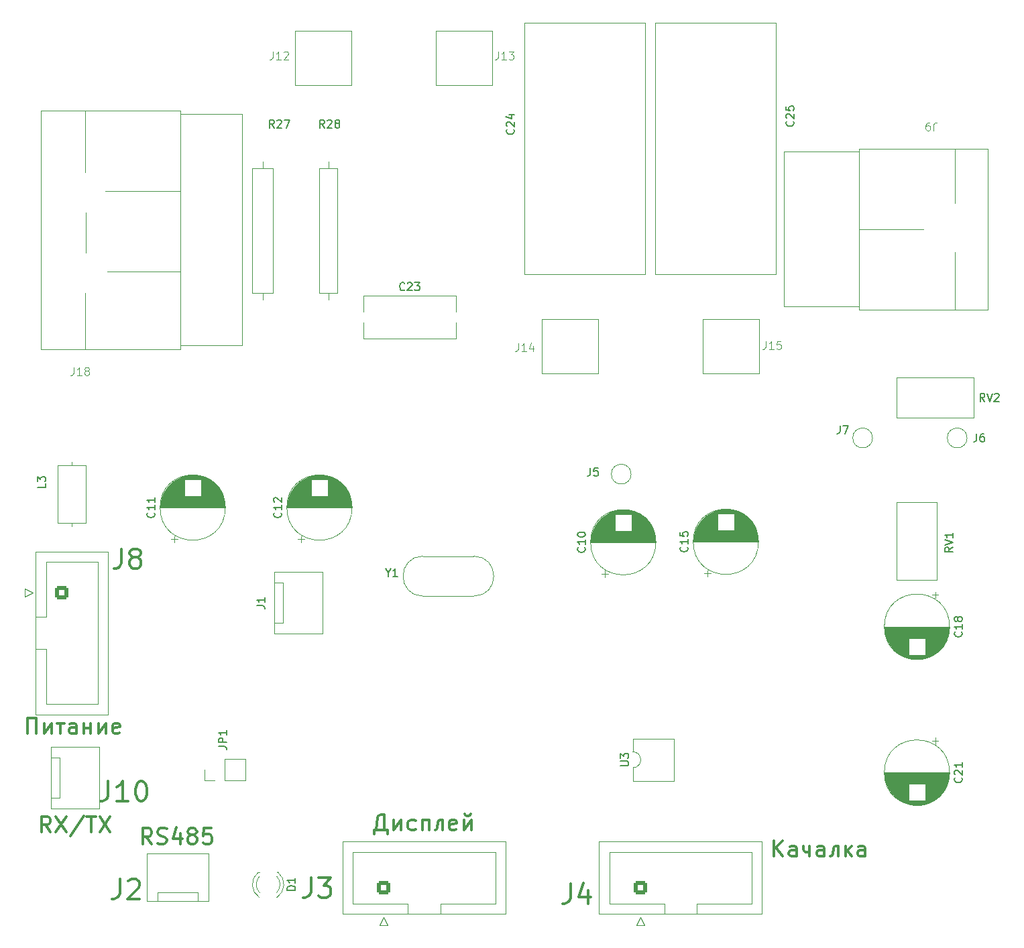
<source format=gto>
G04 #@! TF.GenerationSoftware,KiCad,Pcbnew,7.0.2*
G04 #@! TF.CreationDate,2023-08-05T12:43:45+02:00*
G04 #@! TF.ProjectId,Module_2,4d6f6475-6c65-45f3-922e-6b696361645f,rev?*
G04 #@! TF.SameCoordinates,Original*
G04 #@! TF.FileFunction,Legend,Top*
G04 #@! TF.FilePolarity,Positive*
%FSLAX46Y46*%
G04 Gerber Fmt 4.6, Leading zero omitted, Abs format (unit mm)*
G04 Created by KiCad (PCBNEW 7.0.2) date 2023-08-05 12:43:45*
%MOMM*%
%LPD*%
G01*
G04 APERTURE LIST*
G04 Aperture macros list*
%AMRoundRect*
0 Rectangle with rounded corners*
0 $1 Rounding radius*
0 $2 $3 $4 $5 $6 $7 $8 $9 X,Y pos of 4 corners*
0 Add a 4 corners polygon primitive as box body*
4,1,4,$2,$3,$4,$5,$6,$7,$8,$9,$2,$3,0*
0 Add four circle primitives for the rounded corners*
1,1,$1+$1,$2,$3*
1,1,$1+$1,$4,$5*
1,1,$1+$1,$6,$7*
1,1,$1+$1,$8,$9*
0 Add four rect primitives between the rounded corners*
20,1,$1+$1,$2,$3,$4,$5,0*
20,1,$1+$1,$4,$5,$6,$7,0*
20,1,$1+$1,$6,$7,$8,$9,0*
20,1,$1+$1,$8,$9,$2,$3,0*%
G04 Aperture macros list end*
%ADD10C,0.300000*%
%ADD11C,0.150000*%
%ADD12C,0.100000*%
%ADD13C,0.120000*%
%ADD14RoundRect,0.250000X-0.600000X-0.600000X0.600000X-0.600000X0.600000X0.600000X-0.600000X0.600000X0*%
%ADD15C,1.700000*%
%ADD16R,1.600000X1.600000*%
%ADD17C,1.600000*%
%ADD18C,5.000000*%
%ADD19C,2.400000*%
%ADD20O,2.400000X2.400000*%
%ADD21RoundRect,0.250000X0.600000X-0.600000X0.600000X0.600000X-0.600000X0.600000X-0.600000X-0.600000X0*%
%ADD22C,3.500000*%
%ADD23R,1.800000X1.800000*%
%ADD24C,1.800000*%
%ADD25R,1.730000X2.030000*%
%ADD26O,1.730000X2.030000*%
%ADD27C,2.000000*%
%ADD28C,1.500000*%
%ADD29O,1.600000X1.600000*%
%ADD30R,2.030000X1.730000*%
%ADD31O,2.030000X1.730000*%
%ADD32R,1.700000X1.700000*%
%ADD33O,1.700000X1.700000*%
%ADD34C,1.440000*%
%ADD35O,3.600000X3.600000*%
%ADD36R,4.500000X2.500000*%
%ADD37O,4.500000X2.500000*%
G04 APERTURE END LIST*
D10*
X135604190Y-136153238D02*
X135604190Y-134153238D01*
X136747047Y-136153238D02*
X135889904Y-135010380D01*
X136747047Y-134153238D02*
X135604190Y-135296095D01*
X138461333Y-136153238D02*
X138461333Y-135105619D01*
X138461333Y-135105619D02*
X138366095Y-134915142D01*
X138366095Y-134915142D02*
X138175619Y-134819904D01*
X138175619Y-134819904D02*
X137794666Y-134819904D01*
X137794666Y-134819904D02*
X137604190Y-134915142D01*
X138461333Y-136058000D02*
X138270857Y-136153238D01*
X138270857Y-136153238D02*
X137794666Y-136153238D01*
X137794666Y-136153238D02*
X137604190Y-136058000D01*
X137604190Y-136058000D02*
X137508952Y-135867523D01*
X137508952Y-135867523D02*
X137508952Y-135677047D01*
X137508952Y-135677047D02*
X137604190Y-135486571D01*
X137604190Y-135486571D02*
X137794666Y-135391333D01*
X137794666Y-135391333D02*
X138270857Y-135391333D01*
X138270857Y-135391333D02*
X138461333Y-135296095D01*
X140080381Y-134819904D02*
X140080381Y-136153238D01*
X139318476Y-134819904D02*
X139318476Y-135296095D01*
X139318476Y-135296095D02*
X139413714Y-135486571D01*
X139413714Y-135486571D02*
X139604190Y-135581809D01*
X139604190Y-135581809D02*
X140080381Y-135581809D01*
X141985143Y-136153238D02*
X141985143Y-135105619D01*
X141985143Y-135105619D02*
X141889905Y-134915142D01*
X141889905Y-134915142D02*
X141699429Y-134819904D01*
X141699429Y-134819904D02*
X141318476Y-134819904D01*
X141318476Y-134819904D02*
X141128000Y-134915142D01*
X141985143Y-136058000D02*
X141794667Y-136153238D01*
X141794667Y-136153238D02*
X141318476Y-136153238D01*
X141318476Y-136153238D02*
X141128000Y-136058000D01*
X141128000Y-136058000D02*
X141032762Y-135867523D01*
X141032762Y-135867523D02*
X141032762Y-135677047D01*
X141032762Y-135677047D02*
X141128000Y-135486571D01*
X141128000Y-135486571D02*
X141318476Y-135391333D01*
X141318476Y-135391333D02*
X141794667Y-135391333D01*
X141794667Y-135391333D02*
X141985143Y-135296095D01*
X143699429Y-136153238D02*
X143699429Y-134819904D01*
X143699429Y-134819904D02*
X143413714Y-134819904D01*
X143413714Y-134819904D02*
X143223238Y-134915142D01*
X143223238Y-134915142D02*
X143128000Y-135105619D01*
X143128000Y-135105619D02*
X143032762Y-135867523D01*
X143032762Y-135867523D02*
X142937524Y-136058000D01*
X142937524Y-136058000D02*
X142747048Y-136153238D01*
X144651810Y-134819904D02*
X144651810Y-136153238D01*
X144842286Y-135391333D02*
X145413715Y-136153238D01*
X145413715Y-134819904D02*
X144651810Y-135581809D01*
X147128001Y-136153238D02*
X147128001Y-135105619D01*
X147128001Y-135105619D02*
X147032763Y-134915142D01*
X147032763Y-134915142D02*
X146842287Y-134819904D01*
X146842287Y-134819904D02*
X146461334Y-134819904D01*
X146461334Y-134819904D02*
X146270858Y-134915142D01*
X147128001Y-136058000D02*
X146937525Y-136153238D01*
X146937525Y-136153238D02*
X146461334Y-136153238D01*
X146461334Y-136153238D02*
X146270858Y-136058000D01*
X146270858Y-136058000D02*
X146175620Y-135867523D01*
X146175620Y-135867523D02*
X146175620Y-135677047D01*
X146175620Y-135677047D02*
X146270858Y-135486571D01*
X146270858Y-135486571D02*
X146461334Y-135391333D01*
X146461334Y-135391333D02*
X146937525Y-135391333D01*
X146937525Y-135391333D02*
X147128001Y-135296095D01*
X41370190Y-120659238D02*
X41370190Y-118659238D01*
X41370190Y-118659238D02*
X42513047Y-118659238D01*
X42513047Y-118659238D02*
X42513047Y-120659238D01*
X43465428Y-119325904D02*
X43465428Y-120659238D01*
X43465428Y-120659238D02*
X44417809Y-119325904D01*
X44417809Y-119325904D02*
X44417809Y-120659238D01*
X45084476Y-119325904D02*
X46036857Y-119325904D01*
X45560666Y-119325904D02*
X45560666Y-120659238D01*
X47560666Y-120659238D02*
X47560666Y-119611619D01*
X47560666Y-119611619D02*
X47465428Y-119421142D01*
X47465428Y-119421142D02*
X47274952Y-119325904D01*
X47274952Y-119325904D02*
X46893999Y-119325904D01*
X46893999Y-119325904D02*
X46703523Y-119421142D01*
X47560666Y-120564000D02*
X47370190Y-120659238D01*
X47370190Y-120659238D02*
X46893999Y-120659238D01*
X46893999Y-120659238D02*
X46703523Y-120564000D01*
X46703523Y-120564000D02*
X46608285Y-120373523D01*
X46608285Y-120373523D02*
X46608285Y-120183047D01*
X46608285Y-120183047D02*
X46703523Y-119992571D01*
X46703523Y-119992571D02*
X46893999Y-119897333D01*
X46893999Y-119897333D02*
X47370190Y-119897333D01*
X47370190Y-119897333D02*
X47560666Y-119802095D01*
X48513047Y-119992571D02*
X49370190Y-119992571D01*
X48513047Y-119325904D02*
X48513047Y-120659238D01*
X49370190Y-119325904D02*
X49370190Y-120659238D01*
X50322571Y-119325904D02*
X50322571Y-120659238D01*
X50322571Y-120659238D02*
X51274952Y-119325904D01*
X51274952Y-119325904D02*
X51274952Y-120659238D01*
X52989238Y-120564000D02*
X52798762Y-120659238D01*
X52798762Y-120659238D02*
X52417809Y-120659238D01*
X52417809Y-120659238D02*
X52227333Y-120564000D01*
X52227333Y-120564000D02*
X52132095Y-120373523D01*
X52132095Y-120373523D02*
X52132095Y-119611619D01*
X52132095Y-119611619D02*
X52227333Y-119421142D01*
X52227333Y-119421142D02*
X52417809Y-119325904D01*
X52417809Y-119325904D02*
X52798762Y-119325904D01*
X52798762Y-119325904D02*
X52989238Y-119421142D01*
X52989238Y-119421142D02*
X53084476Y-119611619D01*
X53084476Y-119611619D02*
X53084476Y-119802095D01*
X53084476Y-119802095D02*
X52132095Y-119992571D01*
X44291047Y-133105238D02*
X43624380Y-132152857D01*
X43148190Y-133105238D02*
X43148190Y-131105238D01*
X43148190Y-131105238D02*
X43910095Y-131105238D01*
X43910095Y-131105238D02*
X44100571Y-131200476D01*
X44100571Y-131200476D02*
X44195809Y-131295714D01*
X44195809Y-131295714D02*
X44291047Y-131486190D01*
X44291047Y-131486190D02*
X44291047Y-131771904D01*
X44291047Y-131771904D02*
X44195809Y-131962380D01*
X44195809Y-131962380D02*
X44100571Y-132057619D01*
X44100571Y-132057619D02*
X43910095Y-132152857D01*
X43910095Y-132152857D02*
X43148190Y-132152857D01*
X44957714Y-131105238D02*
X46291047Y-133105238D01*
X46291047Y-131105238D02*
X44957714Y-133105238D01*
X48481523Y-131010000D02*
X46767238Y-133581428D01*
X48862476Y-131105238D02*
X50005333Y-131105238D01*
X49433904Y-133105238D02*
X49433904Y-131105238D01*
X50481524Y-131105238D02*
X51814857Y-133105238D01*
X51814857Y-131105238D02*
X50481524Y-133105238D01*
X86836000Y-133327428D02*
X86836000Y-132851238D01*
X86836000Y-132851238D02*
X85121714Y-132851238D01*
X85121714Y-132851238D02*
X85121714Y-133327428D01*
X86455047Y-132851238D02*
X86455047Y-130851238D01*
X86455047Y-130851238D02*
X85978857Y-130851238D01*
X85978857Y-130851238D02*
X85788380Y-130946476D01*
X85788380Y-130946476D02*
X85693142Y-131041714D01*
X85693142Y-131041714D02*
X85597904Y-131232190D01*
X85597904Y-131232190D02*
X85407428Y-132851238D01*
X87597904Y-131517904D02*
X87597904Y-132851238D01*
X87597904Y-132851238D02*
X88550285Y-131517904D01*
X88550285Y-131517904D02*
X88550285Y-132851238D01*
X90359809Y-132756000D02*
X90169333Y-132851238D01*
X90169333Y-132851238D02*
X89788380Y-132851238D01*
X89788380Y-132851238D02*
X89597904Y-132756000D01*
X89597904Y-132756000D02*
X89502666Y-132660761D01*
X89502666Y-132660761D02*
X89407428Y-132470285D01*
X89407428Y-132470285D02*
X89407428Y-131898857D01*
X89407428Y-131898857D02*
X89502666Y-131708380D01*
X89502666Y-131708380D02*
X89597904Y-131613142D01*
X89597904Y-131613142D02*
X89788380Y-131517904D01*
X89788380Y-131517904D02*
X90169333Y-131517904D01*
X90169333Y-131517904D02*
X90359809Y-131613142D01*
X91216952Y-132851238D02*
X91216952Y-131517904D01*
X91216952Y-131517904D02*
X92074095Y-131517904D01*
X92074095Y-131517904D02*
X92074095Y-132851238D01*
X93788381Y-132851238D02*
X93788381Y-131517904D01*
X93788381Y-131517904D02*
X93502666Y-131517904D01*
X93502666Y-131517904D02*
X93312190Y-131613142D01*
X93312190Y-131613142D02*
X93216952Y-131803619D01*
X93216952Y-131803619D02*
X93121714Y-132565523D01*
X93121714Y-132565523D02*
X93026476Y-132756000D01*
X93026476Y-132756000D02*
X92836000Y-132851238D01*
X95502667Y-132756000D02*
X95312191Y-132851238D01*
X95312191Y-132851238D02*
X94931238Y-132851238D01*
X94931238Y-132851238D02*
X94740762Y-132756000D01*
X94740762Y-132756000D02*
X94645524Y-132565523D01*
X94645524Y-132565523D02*
X94645524Y-131803619D01*
X94645524Y-131803619D02*
X94740762Y-131613142D01*
X94740762Y-131613142D02*
X94931238Y-131517904D01*
X94931238Y-131517904D02*
X95312191Y-131517904D01*
X95312191Y-131517904D02*
X95502667Y-131613142D01*
X95502667Y-131613142D02*
X95597905Y-131803619D01*
X95597905Y-131803619D02*
X95597905Y-131994095D01*
X95597905Y-131994095D02*
X94645524Y-132184571D01*
X96455048Y-131517904D02*
X96455048Y-132851238D01*
X96455048Y-132851238D02*
X97407429Y-131517904D01*
X97407429Y-131517904D02*
X97407429Y-132851238D01*
X96550286Y-130756000D02*
X96645524Y-130946476D01*
X96645524Y-130946476D02*
X96836000Y-131041714D01*
X96836000Y-131041714D02*
X97026477Y-131041714D01*
X97026477Y-131041714D02*
X97216953Y-130946476D01*
X97216953Y-130946476D02*
X97312191Y-130756000D01*
X57037559Y-134592117D02*
X56370892Y-133639736D01*
X55894702Y-134592117D02*
X55894702Y-132592117D01*
X55894702Y-132592117D02*
X56656607Y-132592117D01*
X56656607Y-132592117D02*
X56847083Y-132687355D01*
X56847083Y-132687355D02*
X56942321Y-132782593D01*
X56942321Y-132782593D02*
X57037559Y-132973069D01*
X57037559Y-132973069D02*
X57037559Y-133258783D01*
X57037559Y-133258783D02*
X56942321Y-133449259D01*
X56942321Y-133449259D02*
X56847083Y-133544498D01*
X56847083Y-133544498D02*
X56656607Y-133639736D01*
X56656607Y-133639736D02*
X55894702Y-133639736D01*
X57799464Y-134496879D02*
X58085178Y-134592117D01*
X58085178Y-134592117D02*
X58561369Y-134592117D01*
X58561369Y-134592117D02*
X58751845Y-134496879D01*
X58751845Y-134496879D02*
X58847083Y-134401640D01*
X58847083Y-134401640D02*
X58942321Y-134211164D01*
X58942321Y-134211164D02*
X58942321Y-134020688D01*
X58942321Y-134020688D02*
X58847083Y-133830212D01*
X58847083Y-133830212D02*
X58751845Y-133734974D01*
X58751845Y-133734974D02*
X58561369Y-133639736D01*
X58561369Y-133639736D02*
X58180416Y-133544498D01*
X58180416Y-133544498D02*
X57989940Y-133449259D01*
X57989940Y-133449259D02*
X57894702Y-133354021D01*
X57894702Y-133354021D02*
X57799464Y-133163545D01*
X57799464Y-133163545D02*
X57799464Y-132973069D01*
X57799464Y-132973069D02*
X57894702Y-132782593D01*
X57894702Y-132782593D02*
X57989940Y-132687355D01*
X57989940Y-132687355D02*
X58180416Y-132592117D01*
X58180416Y-132592117D02*
X58656607Y-132592117D01*
X58656607Y-132592117D02*
X58942321Y-132687355D01*
X60656607Y-133258783D02*
X60656607Y-134592117D01*
X60180416Y-132496879D02*
X59704226Y-133925450D01*
X59704226Y-133925450D02*
X60942321Y-133925450D01*
X61989940Y-133449259D02*
X61799464Y-133354021D01*
X61799464Y-133354021D02*
X61704226Y-133258783D01*
X61704226Y-133258783D02*
X61608988Y-133068307D01*
X61608988Y-133068307D02*
X61608988Y-132973069D01*
X61608988Y-132973069D02*
X61704226Y-132782593D01*
X61704226Y-132782593D02*
X61799464Y-132687355D01*
X61799464Y-132687355D02*
X61989940Y-132592117D01*
X61989940Y-132592117D02*
X62370893Y-132592117D01*
X62370893Y-132592117D02*
X62561369Y-132687355D01*
X62561369Y-132687355D02*
X62656607Y-132782593D01*
X62656607Y-132782593D02*
X62751845Y-132973069D01*
X62751845Y-132973069D02*
X62751845Y-133068307D01*
X62751845Y-133068307D02*
X62656607Y-133258783D01*
X62656607Y-133258783D02*
X62561369Y-133354021D01*
X62561369Y-133354021D02*
X62370893Y-133449259D01*
X62370893Y-133449259D02*
X61989940Y-133449259D01*
X61989940Y-133449259D02*
X61799464Y-133544498D01*
X61799464Y-133544498D02*
X61704226Y-133639736D01*
X61704226Y-133639736D02*
X61608988Y-133830212D01*
X61608988Y-133830212D02*
X61608988Y-134211164D01*
X61608988Y-134211164D02*
X61704226Y-134401640D01*
X61704226Y-134401640D02*
X61799464Y-134496879D01*
X61799464Y-134496879D02*
X61989940Y-134592117D01*
X61989940Y-134592117D02*
X62370893Y-134592117D01*
X62370893Y-134592117D02*
X62561369Y-134496879D01*
X62561369Y-134496879D02*
X62656607Y-134401640D01*
X62656607Y-134401640D02*
X62751845Y-134211164D01*
X62751845Y-134211164D02*
X62751845Y-133830212D01*
X62751845Y-133830212D02*
X62656607Y-133639736D01*
X62656607Y-133639736D02*
X62561369Y-133544498D01*
X62561369Y-133544498D02*
X62370893Y-133449259D01*
X64561369Y-132592117D02*
X63608988Y-132592117D01*
X63608988Y-132592117D02*
X63513750Y-133544498D01*
X63513750Y-133544498D02*
X63608988Y-133449259D01*
X63608988Y-133449259D02*
X63799464Y-133354021D01*
X63799464Y-133354021D02*
X64275655Y-133354021D01*
X64275655Y-133354021D02*
X64466131Y-133449259D01*
X64466131Y-133449259D02*
X64561369Y-133544498D01*
X64561369Y-133544498D02*
X64656607Y-133734974D01*
X64656607Y-133734974D02*
X64656607Y-134211164D01*
X64656607Y-134211164D02*
X64561369Y-134401640D01*
X64561369Y-134401640D02*
X64466131Y-134496879D01*
X64466131Y-134496879D02*
X64275655Y-134592117D01*
X64275655Y-134592117D02*
X63799464Y-134592117D01*
X63799464Y-134592117D02*
X63608988Y-134496879D01*
X63608988Y-134496879D02*
X63513750Y-134401640D01*
X53205941Y-97313087D02*
X53205941Y-99098801D01*
X53205941Y-99098801D02*
X53086894Y-99455944D01*
X53086894Y-99455944D02*
X52848798Y-99694040D01*
X52848798Y-99694040D02*
X52491656Y-99813087D01*
X52491656Y-99813087D02*
X52253560Y-99813087D01*
X54753560Y-98384516D02*
X54515465Y-98265468D01*
X54515465Y-98265468D02*
X54396418Y-98146420D01*
X54396418Y-98146420D02*
X54277370Y-97908325D01*
X54277370Y-97908325D02*
X54277370Y-97789278D01*
X54277370Y-97789278D02*
X54396418Y-97551182D01*
X54396418Y-97551182D02*
X54515465Y-97432135D01*
X54515465Y-97432135D02*
X54753560Y-97313087D01*
X54753560Y-97313087D02*
X55229751Y-97313087D01*
X55229751Y-97313087D02*
X55467846Y-97432135D01*
X55467846Y-97432135D02*
X55586894Y-97551182D01*
X55586894Y-97551182D02*
X55705941Y-97789278D01*
X55705941Y-97789278D02*
X55705941Y-97908325D01*
X55705941Y-97908325D02*
X55586894Y-98146420D01*
X55586894Y-98146420D02*
X55467846Y-98265468D01*
X55467846Y-98265468D02*
X55229751Y-98384516D01*
X55229751Y-98384516D02*
X54753560Y-98384516D01*
X54753560Y-98384516D02*
X54515465Y-98503563D01*
X54515465Y-98503563D02*
X54396418Y-98622611D01*
X54396418Y-98622611D02*
X54277370Y-98860706D01*
X54277370Y-98860706D02*
X54277370Y-99336897D01*
X54277370Y-99336897D02*
X54396418Y-99574992D01*
X54396418Y-99574992D02*
X54515465Y-99694040D01*
X54515465Y-99694040D02*
X54753560Y-99813087D01*
X54753560Y-99813087D02*
X55229751Y-99813087D01*
X55229751Y-99813087D02*
X55467846Y-99694040D01*
X55467846Y-99694040D02*
X55586894Y-99574992D01*
X55586894Y-99574992D02*
X55705941Y-99336897D01*
X55705941Y-99336897D02*
X55705941Y-98860706D01*
X55705941Y-98860706D02*
X55586894Y-98622611D01*
X55586894Y-98622611D02*
X55467846Y-98503563D01*
X55467846Y-98503563D02*
X55229751Y-98384516D01*
D11*
X57347380Y-92747508D02*
X57395000Y-92795127D01*
X57395000Y-92795127D02*
X57442619Y-92937984D01*
X57442619Y-92937984D02*
X57442619Y-93033222D01*
X57442619Y-93033222D02*
X57395000Y-93176079D01*
X57395000Y-93176079D02*
X57299761Y-93271317D01*
X57299761Y-93271317D02*
X57204523Y-93318936D01*
X57204523Y-93318936D02*
X57014047Y-93366555D01*
X57014047Y-93366555D02*
X56871190Y-93366555D01*
X56871190Y-93366555D02*
X56680714Y-93318936D01*
X56680714Y-93318936D02*
X56585476Y-93271317D01*
X56585476Y-93271317D02*
X56490238Y-93176079D01*
X56490238Y-93176079D02*
X56442619Y-93033222D01*
X56442619Y-93033222D02*
X56442619Y-92937984D01*
X56442619Y-92937984D02*
X56490238Y-92795127D01*
X56490238Y-92795127D02*
X56537857Y-92747508D01*
X57442619Y-91795127D02*
X57442619Y-92366555D01*
X57442619Y-92080841D02*
X56442619Y-92080841D01*
X56442619Y-92080841D02*
X56585476Y-92176079D01*
X56585476Y-92176079D02*
X56680714Y-92271317D01*
X56680714Y-92271317D02*
X56728333Y-92366555D01*
X57442619Y-90842746D02*
X57442619Y-91414174D01*
X57442619Y-91128460D02*
X56442619Y-91128460D01*
X56442619Y-91128460D02*
X56585476Y-91223698D01*
X56585476Y-91223698D02*
X56680714Y-91318936D01*
X56680714Y-91318936D02*
X56728333Y-91414174D01*
X111703380Y-97122857D02*
X111751000Y-97170476D01*
X111751000Y-97170476D02*
X111798619Y-97313333D01*
X111798619Y-97313333D02*
X111798619Y-97408571D01*
X111798619Y-97408571D02*
X111751000Y-97551428D01*
X111751000Y-97551428D02*
X111655761Y-97646666D01*
X111655761Y-97646666D02*
X111560523Y-97694285D01*
X111560523Y-97694285D02*
X111370047Y-97741904D01*
X111370047Y-97741904D02*
X111227190Y-97741904D01*
X111227190Y-97741904D02*
X111036714Y-97694285D01*
X111036714Y-97694285D02*
X110941476Y-97646666D01*
X110941476Y-97646666D02*
X110846238Y-97551428D01*
X110846238Y-97551428D02*
X110798619Y-97408571D01*
X110798619Y-97408571D02*
X110798619Y-97313333D01*
X110798619Y-97313333D02*
X110846238Y-97170476D01*
X110846238Y-97170476D02*
X110893857Y-97122857D01*
X111798619Y-96170476D02*
X111798619Y-96741904D01*
X111798619Y-96456190D02*
X110798619Y-96456190D01*
X110798619Y-96456190D02*
X110941476Y-96551428D01*
X110941476Y-96551428D02*
X111036714Y-96646666D01*
X111036714Y-96646666D02*
X111084333Y-96741904D01*
X110798619Y-95551428D02*
X110798619Y-95456190D01*
X110798619Y-95456190D02*
X110846238Y-95360952D01*
X110846238Y-95360952D02*
X110893857Y-95313333D01*
X110893857Y-95313333D02*
X110989095Y-95265714D01*
X110989095Y-95265714D02*
X111179571Y-95218095D01*
X111179571Y-95218095D02*
X111417666Y-95218095D01*
X111417666Y-95218095D02*
X111608142Y-95265714D01*
X111608142Y-95265714D02*
X111703380Y-95313333D01*
X111703380Y-95313333D02*
X111751000Y-95360952D01*
X111751000Y-95360952D02*
X111798619Y-95456190D01*
X111798619Y-95456190D02*
X111798619Y-95551428D01*
X111798619Y-95551428D02*
X111751000Y-95646666D01*
X111751000Y-95646666D02*
X111703380Y-95694285D01*
X111703380Y-95694285D02*
X111608142Y-95741904D01*
X111608142Y-95741904D02*
X111417666Y-95789523D01*
X111417666Y-95789523D02*
X111179571Y-95789523D01*
X111179571Y-95789523D02*
X110989095Y-95741904D01*
X110989095Y-95741904D02*
X110893857Y-95694285D01*
X110893857Y-95694285D02*
X110846238Y-95646666D01*
X110846238Y-95646666D02*
X110798619Y-95551428D01*
D12*
X134572476Y-71090619D02*
X134572476Y-71804904D01*
X134572476Y-71804904D02*
X134524857Y-71947761D01*
X134524857Y-71947761D02*
X134429619Y-72043000D01*
X134429619Y-72043000D02*
X134286762Y-72090619D01*
X134286762Y-72090619D02*
X134191524Y-72090619D01*
X135572476Y-72090619D02*
X135001048Y-72090619D01*
X135286762Y-72090619D02*
X135286762Y-71090619D01*
X135286762Y-71090619D02*
X135191524Y-71233476D01*
X135191524Y-71233476D02*
X135096286Y-71328714D01*
X135096286Y-71328714D02*
X135001048Y-71376333D01*
X136477238Y-71090619D02*
X136001048Y-71090619D01*
X136001048Y-71090619D02*
X135953429Y-71566809D01*
X135953429Y-71566809D02*
X136001048Y-71519190D01*
X136001048Y-71519190D02*
X136096286Y-71471571D01*
X136096286Y-71471571D02*
X136334381Y-71471571D01*
X136334381Y-71471571D02*
X136429619Y-71519190D01*
X136429619Y-71519190D02*
X136477238Y-71566809D01*
X136477238Y-71566809D02*
X136524857Y-71662047D01*
X136524857Y-71662047D02*
X136524857Y-71900142D01*
X136524857Y-71900142D02*
X136477238Y-71995380D01*
X136477238Y-71995380D02*
X136429619Y-72043000D01*
X136429619Y-72043000D02*
X136334381Y-72090619D01*
X136334381Y-72090619D02*
X136096286Y-72090619D01*
X136096286Y-72090619D02*
X136001048Y-72043000D01*
X136001048Y-72043000D02*
X135953429Y-71995380D01*
D11*
X72509142Y-44150619D02*
X72175809Y-43674428D01*
X71937714Y-44150619D02*
X71937714Y-43150619D01*
X71937714Y-43150619D02*
X72318666Y-43150619D01*
X72318666Y-43150619D02*
X72413904Y-43198238D01*
X72413904Y-43198238D02*
X72461523Y-43245857D01*
X72461523Y-43245857D02*
X72509142Y-43341095D01*
X72509142Y-43341095D02*
X72509142Y-43483952D01*
X72509142Y-43483952D02*
X72461523Y-43579190D01*
X72461523Y-43579190D02*
X72413904Y-43626809D01*
X72413904Y-43626809D02*
X72318666Y-43674428D01*
X72318666Y-43674428D02*
X71937714Y-43674428D01*
X72890095Y-43245857D02*
X72937714Y-43198238D01*
X72937714Y-43198238D02*
X73032952Y-43150619D01*
X73032952Y-43150619D02*
X73271047Y-43150619D01*
X73271047Y-43150619D02*
X73366285Y-43198238D01*
X73366285Y-43198238D02*
X73413904Y-43245857D01*
X73413904Y-43245857D02*
X73461523Y-43341095D01*
X73461523Y-43341095D02*
X73461523Y-43436333D01*
X73461523Y-43436333D02*
X73413904Y-43579190D01*
X73413904Y-43579190D02*
X72842476Y-44150619D01*
X72842476Y-44150619D02*
X73461523Y-44150619D01*
X73794857Y-43150619D02*
X74461523Y-43150619D01*
X74461523Y-43150619D02*
X74032952Y-44150619D01*
X73349380Y-92747508D02*
X73397000Y-92795127D01*
X73397000Y-92795127D02*
X73444619Y-92937984D01*
X73444619Y-92937984D02*
X73444619Y-93033222D01*
X73444619Y-93033222D02*
X73397000Y-93176079D01*
X73397000Y-93176079D02*
X73301761Y-93271317D01*
X73301761Y-93271317D02*
X73206523Y-93318936D01*
X73206523Y-93318936D02*
X73016047Y-93366555D01*
X73016047Y-93366555D02*
X72873190Y-93366555D01*
X72873190Y-93366555D02*
X72682714Y-93318936D01*
X72682714Y-93318936D02*
X72587476Y-93271317D01*
X72587476Y-93271317D02*
X72492238Y-93176079D01*
X72492238Y-93176079D02*
X72444619Y-93033222D01*
X72444619Y-93033222D02*
X72444619Y-92937984D01*
X72444619Y-92937984D02*
X72492238Y-92795127D01*
X72492238Y-92795127D02*
X72539857Y-92747508D01*
X73444619Y-91795127D02*
X73444619Y-92366555D01*
X73444619Y-92080841D02*
X72444619Y-92080841D01*
X72444619Y-92080841D02*
X72587476Y-92176079D01*
X72587476Y-92176079D02*
X72682714Y-92271317D01*
X72682714Y-92271317D02*
X72730333Y-92366555D01*
X72539857Y-91414174D02*
X72492238Y-91366555D01*
X72492238Y-91366555D02*
X72444619Y-91271317D01*
X72444619Y-91271317D02*
X72444619Y-91033222D01*
X72444619Y-91033222D02*
X72492238Y-90937984D01*
X72492238Y-90937984D02*
X72539857Y-90890365D01*
X72539857Y-90890365D02*
X72635095Y-90842746D01*
X72635095Y-90842746D02*
X72730333Y-90842746D01*
X72730333Y-90842746D02*
X72873190Y-90890365D01*
X72873190Y-90890365D02*
X73444619Y-91461793D01*
X73444619Y-91461793D02*
X73444619Y-90842746D01*
D10*
X109910666Y-139626547D02*
X109910666Y-141412261D01*
X109910666Y-141412261D02*
X109791619Y-141769404D01*
X109791619Y-141769404D02*
X109553523Y-142007500D01*
X109553523Y-142007500D02*
X109196381Y-142126547D01*
X109196381Y-142126547D02*
X108958285Y-142126547D01*
X112172571Y-140459880D02*
X112172571Y-142126547D01*
X111577333Y-139507500D02*
X110982095Y-141293214D01*
X110982095Y-141293214D02*
X112529714Y-141293214D01*
X77144666Y-138864547D02*
X77144666Y-140650261D01*
X77144666Y-140650261D02*
X77025619Y-141007404D01*
X77025619Y-141007404D02*
X76787523Y-141245500D01*
X76787523Y-141245500D02*
X76430381Y-141364547D01*
X76430381Y-141364547D02*
X76192285Y-141364547D01*
X78097047Y-138864547D02*
X79644666Y-138864547D01*
X79644666Y-138864547D02*
X78811333Y-139816928D01*
X78811333Y-139816928D02*
X79168476Y-139816928D01*
X79168476Y-139816928D02*
X79406571Y-139935976D01*
X79406571Y-139935976D02*
X79525619Y-140055023D01*
X79525619Y-140055023D02*
X79644666Y-140293119D01*
X79644666Y-140293119D02*
X79644666Y-140888357D01*
X79644666Y-140888357D02*
X79525619Y-141126452D01*
X79525619Y-141126452D02*
X79406571Y-141245500D01*
X79406571Y-141245500D02*
X79168476Y-141364547D01*
X79168476Y-141364547D02*
X78454190Y-141364547D01*
X78454190Y-141364547D02*
X78216095Y-141245500D01*
X78216095Y-141245500D02*
X78097047Y-141126452D01*
D11*
X159287380Y-107797857D02*
X159335000Y-107845476D01*
X159335000Y-107845476D02*
X159382619Y-107988333D01*
X159382619Y-107988333D02*
X159382619Y-108083571D01*
X159382619Y-108083571D02*
X159335000Y-108226428D01*
X159335000Y-108226428D02*
X159239761Y-108321666D01*
X159239761Y-108321666D02*
X159144523Y-108369285D01*
X159144523Y-108369285D02*
X158954047Y-108416904D01*
X158954047Y-108416904D02*
X158811190Y-108416904D01*
X158811190Y-108416904D02*
X158620714Y-108369285D01*
X158620714Y-108369285D02*
X158525476Y-108321666D01*
X158525476Y-108321666D02*
X158430238Y-108226428D01*
X158430238Y-108226428D02*
X158382619Y-108083571D01*
X158382619Y-108083571D02*
X158382619Y-107988333D01*
X158382619Y-107988333D02*
X158430238Y-107845476D01*
X158430238Y-107845476D02*
X158477857Y-107797857D01*
X159382619Y-106845476D02*
X159382619Y-107416904D01*
X159382619Y-107131190D02*
X158382619Y-107131190D01*
X158382619Y-107131190D02*
X158525476Y-107226428D01*
X158525476Y-107226428D02*
X158620714Y-107321666D01*
X158620714Y-107321666D02*
X158668333Y-107416904D01*
X158811190Y-106274047D02*
X158763571Y-106369285D01*
X158763571Y-106369285D02*
X158715952Y-106416904D01*
X158715952Y-106416904D02*
X158620714Y-106464523D01*
X158620714Y-106464523D02*
X158573095Y-106464523D01*
X158573095Y-106464523D02*
X158477857Y-106416904D01*
X158477857Y-106416904D02*
X158430238Y-106369285D01*
X158430238Y-106369285D02*
X158382619Y-106274047D01*
X158382619Y-106274047D02*
X158382619Y-106083571D01*
X158382619Y-106083571D02*
X158430238Y-105988333D01*
X158430238Y-105988333D02*
X158477857Y-105940714D01*
X158477857Y-105940714D02*
X158573095Y-105893095D01*
X158573095Y-105893095D02*
X158620714Y-105893095D01*
X158620714Y-105893095D02*
X158715952Y-105940714D01*
X158715952Y-105940714D02*
X158763571Y-105988333D01*
X158763571Y-105988333D02*
X158811190Y-106083571D01*
X158811190Y-106083571D02*
X158811190Y-106274047D01*
X158811190Y-106274047D02*
X158858809Y-106369285D01*
X158858809Y-106369285D02*
X158906428Y-106416904D01*
X158906428Y-106416904D02*
X159001666Y-106464523D01*
X159001666Y-106464523D02*
X159192142Y-106464523D01*
X159192142Y-106464523D02*
X159287380Y-106416904D01*
X159287380Y-106416904D02*
X159335000Y-106369285D01*
X159335000Y-106369285D02*
X159382619Y-106274047D01*
X159382619Y-106274047D02*
X159382619Y-106083571D01*
X159382619Y-106083571D02*
X159335000Y-105988333D01*
X159335000Y-105988333D02*
X159287380Y-105940714D01*
X159287380Y-105940714D02*
X159192142Y-105893095D01*
X159192142Y-105893095D02*
X159001666Y-105893095D01*
X159001666Y-105893095D02*
X158906428Y-105940714D01*
X158906428Y-105940714D02*
X158858809Y-105988333D01*
X158858809Y-105988333D02*
X158811190Y-106083571D01*
D12*
X155781333Y-44479380D02*
X155781333Y-43765095D01*
X155781333Y-43765095D02*
X155828952Y-43622238D01*
X155828952Y-43622238D02*
X155924190Y-43527000D01*
X155924190Y-43527000D02*
X156067047Y-43479380D01*
X156067047Y-43479380D02*
X156162285Y-43479380D01*
X155257523Y-43479380D02*
X155067047Y-43479380D01*
X155067047Y-43479380D02*
X154971809Y-43527000D01*
X154971809Y-43527000D02*
X154924190Y-43574619D01*
X154924190Y-43574619D02*
X154828952Y-43717476D01*
X154828952Y-43717476D02*
X154781333Y-43907952D01*
X154781333Y-43907952D02*
X154781333Y-44288904D01*
X154781333Y-44288904D02*
X154828952Y-44384142D01*
X154828952Y-44384142D02*
X154876571Y-44431761D01*
X154876571Y-44431761D02*
X154971809Y-44479380D01*
X154971809Y-44479380D02*
X155162285Y-44479380D01*
X155162285Y-44479380D02*
X155257523Y-44431761D01*
X155257523Y-44431761D02*
X155305142Y-44384142D01*
X155305142Y-44384142D02*
X155352761Y-44288904D01*
X155352761Y-44288904D02*
X155352761Y-44050809D01*
X155352761Y-44050809D02*
X155305142Y-43955571D01*
X155305142Y-43955571D02*
X155257523Y-43907952D01*
X155257523Y-43907952D02*
X155162285Y-43860333D01*
X155162285Y-43860333D02*
X154971809Y-43860333D01*
X154971809Y-43860333D02*
X154876571Y-43907952D01*
X154876571Y-43907952D02*
X154828952Y-43955571D01*
X154828952Y-43955571D02*
X154781333Y-44050809D01*
D11*
X75177619Y-140438094D02*
X74177619Y-140438094D01*
X74177619Y-140438094D02*
X74177619Y-140199999D01*
X74177619Y-140199999D02*
X74225238Y-140057142D01*
X74225238Y-140057142D02*
X74320476Y-139961904D01*
X74320476Y-139961904D02*
X74415714Y-139914285D01*
X74415714Y-139914285D02*
X74606190Y-139866666D01*
X74606190Y-139866666D02*
X74749047Y-139866666D01*
X74749047Y-139866666D02*
X74939523Y-139914285D01*
X74939523Y-139914285D02*
X75034761Y-139961904D01*
X75034761Y-139961904D02*
X75130000Y-140057142D01*
X75130000Y-140057142D02*
X75177619Y-140199999D01*
X75177619Y-140199999D02*
X75177619Y-140438094D01*
X75177619Y-138914285D02*
X75177619Y-139485713D01*
X75177619Y-139199999D02*
X74177619Y-139199999D01*
X74177619Y-139199999D02*
X74320476Y-139295237D01*
X74320476Y-139295237D02*
X74415714Y-139390475D01*
X74415714Y-139390475D02*
X74463333Y-139485713D01*
D10*
X53030347Y-139028625D02*
X53030347Y-140814339D01*
X53030347Y-140814339D02*
X52911300Y-141171482D01*
X52911300Y-141171482D02*
X52673204Y-141409578D01*
X52673204Y-141409578D02*
X52316062Y-141528625D01*
X52316062Y-141528625D02*
X52077966Y-141528625D01*
X54101776Y-139266720D02*
X54220824Y-139147673D01*
X54220824Y-139147673D02*
X54458919Y-139028625D01*
X54458919Y-139028625D02*
X55054157Y-139028625D01*
X55054157Y-139028625D02*
X55292252Y-139147673D01*
X55292252Y-139147673D02*
X55411300Y-139266720D01*
X55411300Y-139266720D02*
X55530347Y-139504816D01*
X55530347Y-139504816D02*
X55530347Y-139742911D01*
X55530347Y-139742911D02*
X55411300Y-140100054D01*
X55411300Y-140100054D02*
X53982728Y-141528625D01*
X53982728Y-141528625D02*
X55530347Y-141528625D01*
D11*
X161210666Y-82774619D02*
X161210666Y-83488904D01*
X161210666Y-83488904D02*
X161163047Y-83631761D01*
X161163047Y-83631761D02*
X161067809Y-83727000D01*
X161067809Y-83727000D02*
X160924952Y-83774619D01*
X160924952Y-83774619D02*
X160829714Y-83774619D01*
X162115428Y-82774619D02*
X161924952Y-82774619D01*
X161924952Y-82774619D02*
X161829714Y-82822238D01*
X161829714Y-82822238D02*
X161782095Y-82869857D01*
X161782095Y-82869857D02*
X161686857Y-83012714D01*
X161686857Y-83012714D02*
X161639238Y-83203190D01*
X161639238Y-83203190D02*
X161639238Y-83584142D01*
X161639238Y-83584142D02*
X161686857Y-83679380D01*
X161686857Y-83679380D02*
X161734476Y-83727000D01*
X161734476Y-83727000D02*
X161829714Y-83774619D01*
X161829714Y-83774619D02*
X162020190Y-83774619D01*
X162020190Y-83774619D02*
X162115428Y-83727000D01*
X162115428Y-83727000D02*
X162163047Y-83679380D01*
X162163047Y-83679380D02*
X162210666Y-83584142D01*
X162210666Y-83584142D02*
X162210666Y-83346047D01*
X162210666Y-83346047D02*
X162163047Y-83250809D01*
X162163047Y-83250809D02*
X162115428Y-83203190D01*
X162115428Y-83203190D02*
X162020190Y-83155571D01*
X162020190Y-83155571D02*
X161829714Y-83155571D01*
X161829714Y-83155571D02*
X161734476Y-83203190D01*
X161734476Y-83203190D02*
X161686857Y-83250809D01*
X161686857Y-83250809D02*
X161639238Y-83346047D01*
D12*
X47196476Y-74392619D02*
X47196476Y-75106904D01*
X47196476Y-75106904D02*
X47148857Y-75249761D01*
X47148857Y-75249761D02*
X47053619Y-75345000D01*
X47053619Y-75345000D02*
X46910762Y-75392619D01*
X46910762Y-75392619D02*
X46815524Y-75392619D01*
X48196476Y-75392619D02*
X47625048Y-75392619D01*
X47910762Y-75392619D02*
X47910762Y-74392619D01*
X47910762Y-74392619D02*
X47815524Y-74535476D01*
X47815524Y-74535476D02*
X47720286Y-74630714D01*
X47720286Y-74630714D02*
X47625048Y-74678333D01*
X48767905Y-74821190D02*
X48672667Y-74773571D01*
X48672667Y-74773571D02*
X48625048Y-74725952D01*
X48625048Y-74725952D02*
X48577429Y-74630714D01*
X48577429Y-74630714D02*
X48577429Y-74583095D01*
X48577429Y-74583095D02*
X48625048Y-74487857D01*
X48625048Y-74487857D02*
X48672667Y-74440238D01*
X48672667Y-74440238D02*
X48767905Y-74392619D01*
X48767905Y-74392619D02*
X48958381Y-74392619D01*
X48958381Y-74392619D02*
X49053619Y-74440238D01*
X49053619Y-74440238D02*
X49101238Y-74487857D01*
X49101238Y-74487857D02*
X49148857Y-74583095D01*
X49148857Y-74583095D02*
X49148857Y-74630714D01*
X49148857Y-74630714D02*
X49101238Y-74725952D01*
X49101238Y-74725952D02*
X49053619Y-74773571D01*
X49053619Y-74773571D02*
X48958381Y-74821190D01*
X48958381Y-74821190D02*
X48767905Y-74821190D01*
X48767905Y-74821190D02*
X48672667Y-74868809D01*
X48672667Y-74868809D02*
X48625048Y-74916428D01*
X48625048Y-74916428D02*
X48577429Y-75011666D01*
X48577429Y-75011666D02*
X48577429Y-75202142D01*
X48577429Y-75202142D02*
X48625048Y-75297380D01*
X48625048Y-75297380D02*
X48672667Y-75345000D01*
X48672667Y-75345000D02*
X48767905Y-75392619D01*
X48767905Y-75392619D02*
X48958381Y-75392619D01*
X48958381Y-75392619D02*
X49053619Y-75345000D01*
X49053619Y-75345000D02*
X49101238Y-75297380D01*
X49101238Y-75297380D02*
X49148857Y-75202142D01*
X49148857Y-75202142D02*
X49148857Y-75011666D01*
X49148857Y-75011666D02*
X49101238Y-74916428D01*
X49101238Y-74916428D02*
X49053619Y-74868809D01*
X49053619Y-74868809D02*
X48958381Y-74821190D01*
D11*
X86899809Y-100316428D02*
X86899809Y-100792619D01*
X86566476Y-99792619D02*
X86899809Y-100316428D01*
X86899809Y-100316428D02*
X87233142Y-99792619D01*
X88090285Y-100792619D02*
X87518857Y-100792619D01*
X87804571Y-100792619D02*
X87804571Y-99792619D01*
X87804571Y-99792619D02*
X87709333Y-99935476D01*
X87709333Y-99935476D02*
X87614095Y-100030714D01*
X87614095Y-100030714D02*
X87518857Y-100078333D01*
X78859142Y-44150619D02*
X78525809Y-43674428D01*
X78287714Y-44150619D02*
X78287714Y-43150619D01*
X78287714Y-43150619D02*
X78668666Y-43150619D01*
X78668666Y-43150619D02*
X78763904Y-43198238D01*
X78763904Y-43198238D02*
X78811523Y-43245857D01*
X78811523Y-43245857D02*
X78859142Y-43341095D01*
X78859142Y-43341095D02*
X78859142Y-43483952D01*
X78859142Y-43483952D02*
X78811523Y-43579190D01*
X78811523Y-43579190D02*
X78763904Y-43626809D01*
X78763904Y-43626809D02*
X78668666Y-43674428D01*
X78668666Y-43674428D02*
X78287714Y-43674428D01*
X79240095Y-43245857D02*
X79287714Y-43198238D01*
X79287714Y-43198238D02*
X79382952Y-43150619D01*
X79382952Y-43150619D02*
X79621047Y-43150619D01*
X79621047Y-43150619D02*
X79716285Y-43198238D01*
X79716285Y-43198238D02*
X79763904Y-43245857D01*
X79763904Y-43245857D02*
X79811523Y-43341095D01*
X79811523Y-43341095D02*
X79811523Y-43436333D01*
X79811523Y-43436333D02*
X79763904Y-43579190D01*
X79763904Y-43579190D02*
X79192476Y-44150619D01*
X79192476Y-44150619D02*
X79811523Y-44150619D01*
X80382952Y-43579190D02*
X80287714Y-43531571D01*
X80287714Y-43531571D02*
X80240095Y-43483952D01*
X80240095Y-43483952D02*
X80192476Y-43388714D01*
X80192476Y-43388714D02*
X80192476Y-43341095D01*
X80192476Y-43341095D02*
X80240095Y-43245857D01*
X80240095Y-43245857D02*
X80287714Y-43198238D01*
X80287714Y-43198238D02*
X80382952Y-43150619D01*
X80382952Y-43150619D02*
X80573428Y-43150619D01*
X80573428Y-43150619D02*
X80668666Y-43198238D01*
X80668666Y-43198238D02*
X80716285Y-43245857D01*
X80716285Y-43245857D02*
X80763904Y-43341095D01*
X80763904Y-43341095D02*
X80763904Y-43388714D01*
X80763904Y-43388714D02*
X80716285Y-43483952D01*
X80716285Y-43483952D02*
X80668666Y-43531571D01*
X80668666Y-43531571D02*
X80573428Y-43579190D01*
X80573428Y-43579190D02*
X80382952Y-43579190D01*
X80382952Y-43579190D02*
X80287714Y-43626809D01*
X80287714Y-43626809D02*
X80240095Y-43674428D01*
X80240095Y-43674428D02*
X80192476Y-43769666D01*
X80192476Y-43769666D02*
X80192476Y-43960142D01*
X80192476Y-43960142D02*
X80240095Y-44055380D01*
X80240095Y-44055380D02*
X80287714Y-44103000D01*
X80287714Y-44103000D02*
X80382952Y-44150619D01*
X80382952Y-44150619D02*
X80573428Y-44150619D01*
X80573428Y-44150619D02*
X80668666Y-44103000D01*
X80668666Y-44103000D02*
X80716285Y-44055380D01*
X80716285Y-44055380D02*
X80763904Y-43960142D01*
X80763904Y-43960142D02*
X80763904Y-43769666D01*
X80763904Y-43769666D02*
X80716285Y-43674428D01*
X80716285Y-43674428D02*
X80668666Y-43626809D01*
X80668666Y-43626809D02*
X80573428Y-43579190D01*
X116258619Y-124713904D02*
X117068142Y-124713904D01*
X117068142Y-124713904D02*
X117163380Y-124666285D01*
X117163380Y-124666285D02*
X117211000Y-124618666D01*
X117211000Y-124618666D02*
X117258619Y-124523428D01*
X117258619Y-124523428D02*
X117258619Y-124332952D01*
X117258619Y-124332952D02*
X117211000Y-124237714D01*
X117211000Y-124237714D02*
X117163380Y-124190095D01*
X117163380Y-124190095D02*
X117068142Y-124142476D01*
X117068142Y-124142476D02*
X116258619Y-124142476D01*
X116258619Y-123761523D02*
X116258619Y-123142476D01*
X116258619Y-123142476D02*
X116639571Y-123475809D01*
X116639571Y-123475809D02*
X116639571Y-123332952D01*
X116639571Y-123332952D02*
X116687190Y-123237714D01*
X116687190Y-123237714D02*
X116734809Y-123190095D01*
X116734809Y-123190095D02*
X116830047Y-123142476D01*
X116830047Y-123142476D02*
X117068142Y-123142476D01*
X117068142Y-123142476D02*
X117163380Y-123190095D01*
X117163380Y-123190095D02*
X117211000Y-123237714D01*
X117211000Y-123237714D02*
X117258619Y-123332952D01*
X117258619Y-123332952D02*
X117258619Y-123618666D01*
X117258619Y-123618666D02*
X117211000Y-123713904D01*
X117211000Y-123713904D02*
X117163380Y-123761523D01*
X102729380Y-44330857D02*
X102777000Y-44378476D01*
X102777000Y-44378476D02*
X102824619Y-44521333D01*
X102824619Y-44521333D02*
X102824619Y-44616571D01*
X102824619Y-44616571D02*
X102777000Y-44759428D01*
X102777000Y-44759428D02*
X102681761Y-44854666D01*
X102681761Y-44854666D02*
X102586523Y-44902285D01*
X102586523Y-44902285D02*
X102396047Y-44949904D01*
X102396047Y-44949904D02*
X102253190Y-44949904D01*
X102253190Y-44949904D02*
X102062714Y-44902285D01*
X102062714Y-44902285D02*
X101967476Y-44854666D01*
X101967476Y-44854666D02*
X101872238Y-44759428D01*
X101872238Y-44759428D02*
X101824619Y-44616571D01*
X101824619Y-44616571D02*
X101824619Y-44521333D01*
X101824619Y-44521333D02*
X101872238Y-44378476D01*
X101872238Y-44378476D02*
X101919857Y-44330857D01*
X101919857Y-43949904D02*
X101872238Y-43902285D01*
X101872238Y-43902285D02*
X101824619Y-43807047D01*
X101824619Y-43807047D02*
X101824619Y-43568952D01*
X101824619Y-43568952D02*
X101872238Y-43473714D01*
X101872238Y-43473714D02*
X101919857Y-43426095D01*
X101919857Y-43426095D02*
X102015095Y-43378476D01*
X102015095Y-43378476D02*
X102110333Y-43378476D01*
X102110333Y-43378476D02*
X102253190Y-43426095D01*
X102253190Y-43426095D02*
X102824619Y-43997523D01*
X102824619Y-43997523D02*
X102824619Y-43378476D01*
X102157952Y-42521333D02*
X102824619Y-42521333D01*
X101777000Y-42759428D02*
X102491285Y-42997523D01*
X102491285Y-42997523D02*
X102491285Y-42378476D01*
X112442666Y-87092619D02*
X112442666Y-87806904D01*
X112442666Y-87806904D02*
X112395047Y-87949761D01*
X112395047Y-87949761D02*
X112299809Y-88045000D01*
X112299809Y-88045000D02*
X112156952Y-88092619D01*
X112156952Y-88092619D02*
X112061714Y-88092619D01*
X113395047Y-87092619D02*
X112918857Y-87092619D01*
X112918857Y-87092619D02*
X112871238Y-87568809D01*
X112871238Y-87568809D02*
X112918857Y-87521190D01*
X112918857Y-87521190D02*
X113014095Y-87473571D01*
X113014095Y-87473571D02*
X113252190Y-87473571D01*
X113252190Y-87473571D02*
X113347428Y-87521190D01*
X113347428Y-87521190D02*
X113395047Y-87568809D01*
X113395047Y-87568809D02*
X113442666Y-87664047D01*
X113442666Y-87664047D02*
X113442666Y-87902142D01*
X113442666Y-87902142D02*
X113395047Y-87997380D01*
X113395047Y-87997380D02*
X113347428Y-88045000D01*
X113347428Y-88045000D02*
X113252190Y-88092619D01*
X113252190Y-88092619D02*
X113014095Y-88092619D01*
X113014095Y-88092619D02*
X112918857Y-88045000D01*
X112918857Y-88045000D02*
X112871238Y-87997380D01*
X43642619Y-89066666D02*
X43642619Y-89542856D01*
X43642619Y-89542856D02*
X42642619Y-89542856D01*
X42642619Y-88828570D02*
X42642619Y-88209523D01*
X42642619Y-88209523D02*
X43023571Y-88542856D01*
X43023571Y-88542856D02*
X43023571Y-88399999D01*
X43023571Y-88399999D02*
X43071190Y-88304761D01*
X43071190Y-88304761D02*
X43118809Y-88257142D01*
X43118809Y-88257142D02*
X43214047Y-88209523D01*
X43214047Y-88209523D02*
X43452142Y-88209523D01*
X43452142Y-88209523D02*
X43547380Y-88257142D01*
X43547380Y-88257142D02*
X43595000Y-88304761D01*
X43595000Y-88304761D02*
X43642619Y-88399999D01*
X43642619Y-88399999D02*
X43642619Y-88685713D01*
X43642619Y-88685713D02*
X43595000Y-88780951D01*
X43595000Y-88780951D02*
X43547380Y-88828570D01*
X88979142Y-64589380D02*
X88931523Y-64637000D01*
X88931523Y-64637000D02*
X88788666Y-64684619D01*
X88788666Y-64684619D02*
X88693428Y-64684619D01*
X88693428Y-64684619D02*
X88550571Y-64637000D01*
X88550571Y-64637000D02*
X88455333Y-64541761D01*
X88455333Y-64541761D02*
X88407714Y-64446523D01*
X88407714Y-64446523D02*
X88360095Y-64256047D01*
X88360095Y-64256047D02*
X88360095Y-64113190D01*
X88360095Y-64113190D02*
X88407714Y-63922714D01*
X88407714Y-63922714D02*
X88455333Y-63827476D01*
X88455333Y-63827476D02*
X88550571Y-63732238D01*
X88550571Y-63732238D02*
X88693428Y-63684619D01*
X88693428Y-63684619D02*
X88788666Y-63684619D01*
X88788666Y-63684619D02*
X88931523Y-63732238D01*
X88931523Y-63732238D02*
X88979142Y-63779857D01*
X89360095Y-63779857D02*
X89407714Y-63732238D01*
X89407714Y-63732238D02*
X89502952Y-63684619D01*
X89502952Y-63684619D02*
X89741047Y-63684619D01*
X89741047Y-63684619D02*
X89836285Y-63732238D01*
X89836285Y-63732238D02*
X89883904Y-63779857D01*
X89883904Y-63779857D02*
X89931523Y-63875095D01*
X89931523Y-63875095D02*
X89931523Y-63970333D01*
X89931523Y-63970333D02*
X89883904Y-64113190D01*
X89883904Y-64113190D02*
X89312476Y-64684619D01*
X89312476Y-64684619D02*
X89931523Y-64684619D01*
X90264857Y-63684619D02*
X90883904Y-63684619D01*
X90883904Y-63684619D02*
X90550571Y-64065571D01*
X90550571Y-64065571D02*
X90693428Y-64065571D01*
X90693428Y-64065571D02*
X90788666Y-64113190D01*
X90788666Y-64113190D02*
X90836285Y-64160809D01*
X90836285Y-64160809D02*
X90883904Y-64256047D01*
X90883904Y-64256047D02*
X90883904Y-64494142D01*
X90883904Y-64494142D02*
X90836285Y-64589380D01*
X90836285Y-64589380D02*
X90788666Y-64637000D01*
X90788666Y-64637000D02*
X90693428Y-64684619D01*
X90693428Y-64684619D02*
X90407714Y-64684619D01*
X90407714Y-64684619D02*
X90312476Y-64637000D01*
X90312476Y-64637000D02*
X90264857Y-64589380D01*
D12*
X72342476Y-34514619D02*
X72342476Y-35228904D01*
X72342476Y-35228904D02*
X72294857Y-35371761D01*
X72294857Y-35371761D02*
X72199619Y-35467000D01*
X72199619Y-35467000D02*
X72056762Y-35514619D01*
X72056762Y-35514619D02*
X71961524Y-35514619D01*
X73342476Y-35514619D02*
X72771048Y-35514619D01*
X73056762Y-35514619D02*
X73056762Y-34514619D01*
X73056762Y-34514619D02*
X72961524Y-34657476D01*
X72961524Y-34657476D02*
X72866286Y-34752714D01*
X72866286Y-34752714D02*
X72771048Y-34800333D01*
X73723429Y-34609857D02*
X73771048Y-34562238D01*
X73771048Y-34562238D02*
X73866286Y-34514619D01*
X73866286Y-34514619D02*
X74104381Y-34514619D01*
X74104381Y-34514619D02*
X74199619Y-34562238D01*
X74199619Y-34562238D02*
X74247238Y-34609857D01*
X74247238Y-34609857D02*
X74294857Y-34705095D01*
X74294857Y-34705095D02*
X74294857Y-34800333D01*
X74294857Y-34800333D02*
X74247238Y-34943190D01*
X74247238Y-34943190D02*
X73675810Y-35514619D01*
X73675810Y-35514619D02*
X74294857Y-35514619D01*
D11*
X138035380Y-43314857D02*
X138083000Y-43362476D01*
X138083000Y-43362476D02*
X138130619Y-43505333D01*
X138130619Y-43505333D02*
X138130619Y-43600571D01*
X138130619Y-43600571D02*
X138083000Y-43743428D01*
X138083000Y-43743428D02*
X137987761Y-43838666D01*
X137987761Y-43838666D02*
X137892523Y-43886285D01*
X137892523Y-43886285D02*
X137702047Y-43933904D01*
X137702047Y-43933904D02*
X137559190Y-43933904D01*
X137559190Y-43933904D02*
X137368714Y-43886285D01*
X137368714Y-43886285D02*
X137273476Y-43838666D01*
X137273476Y-43838666D02*
X137178238Y-43743428D01*
X137178238Y-43743428D02*
X137130619Y-43600571D01*
X137130619Y-43600571D02*
X137130619Y-43505333D01*
X137130619Y-43505333D02*
X137178238Y-43362476D01*
X137178238Y-43362476D02*
X137225857Y-43314857D01*
X137225857Y-42933904D02*
X137178238Y-42886285D01*
X137178238Y-42886285D02*
X137130619Y-42791047D01*
X137130619Y-42791047D02*
X137130619Y-42552952D01*
X137130619Y-42552952D02*
X137178238Y-42457714D01*
X137178238Y-42457714D02*
X137225857Y-42410095D01*
X137225857Y-42410095D02*
X137321095Y-42362476D01*
X137321095Y-42362476D02*
X137416333Y-42362476D01*
X137416333Y-42362476D02*
X137559190Y-42410095D01*
X137559190Y-42410095D02*
X138130619Y-42981523D01*
X138130619Y-42981523D02*
X138130619Y-42362476D01*
X137130619Y-41457714D02*
X137130619Y-41933904D01*
X137130619Y-41933904D02*
X137606809Y-41981523D01*
X137606809Y-41981523D02*
X137559190Y-41933904D01*
X137559190Y-41933904D02*
X137511571Y-41838666D01*
X137511571Y-41838666D02*
X137511571Y-41600571D01*
X137511571Y-41600571D02*
X137559190Y-41505333D01*
X137559190Y-41505333D02*
X137606809Y-41457714D01*
X137606809Y-41457714D02*
X137702047Y-41410095D01*
X137702047Y-41410095D02*
X137940142Y-41410095D01*
X137940142Y-41410095D02*
X138035380Y-41457714D01*
X138035380Y-41457714D02*
X138083000Y-41505333D01*
X138083000Y-41505333D02*
X138130619Y-41600571D01*
X138130619Y-41600571D02*
X138130619Y-41838666D01*
X138130619Y-41838666D02*
X138083000Y-41933904D01*
X138083000Y-41933904D02*
X138035380Y-41981523D01*
D10*
X51570190Y-126672547D02*
X51570190Y-128458261D01*
X51570190Y-128458261D02*
X51451143Y-128815404D01*
X51451143Y-128815404D02*
X51213047Y-129053500D01*
X51213047Y-129053500D02*
X50855905Y-129172547D01*
X50855905Y-129172547D02*
X50617809Y-129172547D01*
X54070190Y-129172547D02*
X52641619Y-129172547D01*
X53355905Y-129172547D02*
X53355905Y-126672547D01*
X53355905Y-126672547D02*
X53117809Y-127029690D01*
X53117809Y-127029690D02*
X52879714Y-127267785D01*
X52879714Y-127267785D02*
X52641619Y-127386833D01*
X55617809Y-126672547D02*
X55855904Y-126672547D01*
X55855904Y-126672547D02*
X56094000Y-126791595D01*
X56094000Y-126791595D02*
X56213047Y-126910642D01*
X56213047Y-126910642D02*
X56332095Y-127148738D01*
X56332095Y-127148738D02*
X56451142Y-127624928D01*
X56451142Y-127624928D02*
X56451142Y-128220166D01*
X56451142Y-128220166D02*
X56332095Y-128696357D01*
X56332095Y-128696357D02*
X56213047Y-128934452D01*
X56213047Y-128934452D02*
X56094000Y-129053500D01*
X56094000Y-129053500D02*
X55855904Y-129172547D01*
X55855904Y-129172547D02*
X55617809Y-129172547D01*
X55617809Y-129172547D02*
X55379714Y-129053500D01*
X55379714Y-129053500D02*
X55260666Y-128934452D01*
X55260666Y-128934452D02*
X55141619Y-128696357D01*
X55141619Y-128696357D02*
X55022571Y-128220166D01*
X55022571Y-128220166D02*
X55022571Y-127624928D01*
X55022571Y-127624928D02*
X55141619Y-127148738D01*
X55141619Y-127148738D02*
X55260666Y-126910642D01*
X55260666Y-126910642D02*
X55379714Y-126791595D01*
X55379714Y-126791595D02*
X55617809Y-126672547D01*
D11*
X65502619Y-122245333D02*
X66216904Y-122245333D01*
X66216904Y-122245333D02*
X66359761Y-122292952D01*
X66359761Y-122292952D02*
X66455000Y-122388190D01*
X66455000Y-122388190D02*
X66502619Y-122531047D01*
X66502619Y-122531047D02*
X66502619Y-122626285D01*
X66502619Y-121769142D02*
X65502619Y-121769142D01*
X65502619Y-121769142D02*
X65502619Y-121388190D01*
X65502619Y-121388190D02*
X65550238Y-121292952D01*
X65550238Y-121292952D02*
X65597857Y-121245333D01*
X65597857Y-121245333D02*
X65693095Y-121197714D01*
X65693095Y-121197714D02*
X65835952Y-121197714D01*
X65835952Y-121197714D02*
X65931190Y-121245333D01*
X65931190Y-121245333D02*
X65978809Y-121292952D01*
X65978809Y-121292952D02*
X66026428Y-121388190D01*
X66026428Y-121388190D02*
X66026428Y-121769142D01*
X66502619Y-120245333D02*
X66502619Y-120816761D01*
X66502619Y-120531047D02*
X65502619Y-120531047D01*
X65502619Y-120531047D02*
X65645476Y-120626285D01*
X65645476Y-120626285D02*
X65740714Y-120721523D01*
X65740714Y-120721523D02*
X65788333Y-120816761D01*
X70328619Y-104473333D02*
X71042904Y-104473333D01*
X71042904Y-104473333D02*
X71185761Y-104520952D01*
X71185761Y-104520952D02*
X71281000Y-104616190D01*
X71281000Y-104616190D02*
X71328619Y-104759047D01*
X71328619Y-104759047D02*
X71328619Y-104854285D01*
X71328619Y-103473333D02*
X71328619Y-104044761D01*
X71328619Y-103759047D02*
X70328619Y-103759047D01*
X70328619Y-103759047D02*
X70471476Y-103854285D01*
X70471476Y-103854285D02*
X70566714Y-103949523D01*
X70566714Y-103949523D02*
X70614333Y-104044761D01*
X143953412Y-81754986D02*
X143953412Y-82469271D01*
X143953412Y-82469271D02*
X143905793Y-82612128D01*
X143905793Y-82612128D02*
X143810555Y-82707367D01*
X143810555Y-82707367D02*
X143667698Y-82754986D01*
X143667698Y-82754986D02*
X143572460Y-82754986D01*
X144334365Y-81754986D02*
X145001031Y-81754986D01*
X145001031Y-81754986D02*
X144572460Y-82754986D01*
D12*
X103330476Y-71344619D02*
X103330476Y-72058904D01*
X103330476Y-72058904D02*
X103282857Y-72201761D01*
X103282857Y-72201761D02*
X103187619Y-72297000D01*
X103187619Y-72297000D02*
X103044762Y-72344619D01*
X103044762Y-72344619D02*
X102949524Y-72344619D01*
X104330476Y-72344619D02*
X103759048Y-72344619D01*
X104044762Y-72344619D02*
X104044762Y-71344619D01*
X104044762Y-71344619D02*
X103949524Y-71487476D01*
X103949524Y-71487476D02*
X103854286Y-71582714D01*
X103854286Y-71582714D02*
X103759048Y-71630333D01*
X105187619Y-71677952D02*
X105187619Y-72344619D01*
X104949524Y-71297000D02*
X104711429Y-72011285D01*
X104711429Y-72011285D02*
X105330476Y-72011285D01*
X100790476Y-34514619D02*
X100790476Y-35228904D01*
X100790476Y-35228904D02*
X100742857Y-35371761D01*
X100742857Y-35371761D02*
X100647619Y-35467000D01*
X100647619Y-35467000D02*
X100504762Y-35514619D01*
X100504762Y-35514619D02*
X100409524Y-35514619D01*
X101790476Y-35514619D02*
X101219048Y-35514619D01*
X101504762Y-35514619D02*
X101504762Y-34514619D01*
X101504762Y-34514619D02*
X101409524Y-34657476D01*
X101409524Y-34657476D02*
X101314286Y-34752714D01*
X101314286Y-34752714D02*
X101219048Y-34800333D01*
X102123810Y-34514619D02*
X102742857Y-34514619D01*
X102742857Y-34514619D02*
X102409524Y-34895571D01*
X102409524Y-34895571D02*
X102552381Y-34895571D01*
X102552381Y-34895571D02*
X102647619Y-34943190D01*
X102647619Y-34943190D02*
X102695238Y-34990809D01*
X102695238Y-34990809D02*
X102742857Y-35086047D01*
X102742857Y-35086047D02*
X102742857Y-35324142D01*
X102742857Y-35324142D02*
X102695238Y-35419380D01*
X102695238Y-35419380D02*
X102647619Y-35467000D01*
X102647619Y-35467000D02*
X102552381Y-35514619D01*
X102552381Y-35514619D02*
X102266667Y-35514619D01*
X102266667Y-35514619D02*
X102171429Y-35467000D01*
X102171429Y-35467000D02*
X102123810Y-35419380D01*
D11*
X162218761Y-78694619D02*
X161885428Y-78218428D01*
X161647333Y-78694619D02*
X161647333Y-77694619D01*
X161647333Y-77694619D02*
X162028285Y-77694619D01*
X162028285Y-77694619D02*
X162123523Y-77742238D01*
X162123523Y-77742238D02*
X162171142Y-77789857D01*
X162171142Y-77789857D02*
X162218761Y-77885095D01*
X162218761Y-77885095D02*
X162218761Y-78027952D01*
X162218761Y-78027952D02*
X162171142Y-78123190D01*
X162171142Y-78123190D02*
X162123523Y-78170809D01*
X162123523Y-78170809D02*
X162028285Y-78218428D01*
X162028285Y-78218428D02*
X161647333Y-78218428D01*
X162504476Y-77694619D02*
X162837809Y-78694619D01*
X162837809Y-78694619D02*
X163171142Y-77694619D01*
X163456857Y-77789857D02*
X163504476Y-77742238D01*
X163504476Y-77742238D02*
X163599714Y-77694619D01*
X163599714Y-77694619D02*
X163837809Y-77694619D01*
X163837809Y-77694619D02*
X163933047Y-77742238D01*
X163933047Y-77742238D02*
X163980666Y-77789857D01*
X163980666Y-77789857D02*
X164028285Y-77885095D01*
X164028285Y-77885095D02*
X164028285Y-77980333D01*
X164028285Y-77980333D02*
X163980666Y-78123190D01*
X163980666Y-78123190D02*
X163409238Y-78694619D01*
X163409238Y-78694619D02*
X164028285Y-78694619D01*
X124657380Y-97065508D02*
X124705000Y-97113127D01*
X124705000Y-97113127D02*
X124752619Y-97255984D01*
X124752619Y-97255984D02*
X124752619Y-97351222D01*
X124752619Y-97351222D02*
X124705000Y-97494079D01*
X124705000Y-97494079D02*
X124609761Y-97589317D01*
X124609761Y-97589317D02*
X124514523Y-97636936D01*
X124514523Y-97636936D02*
X124324047Y-97684555D01*
X124324047Y-97684555D02*
X124181190Y-97684555D01*
X124181190Y-97684555D02*
X123990714Y-97636936D01*
X123990714Y-97636936D02*
X123895476Y-97589317D01*
X123895476Y-97589317D02*
X123800238Y-97494079D01*
X123800238Y-97494079D02*
X123752619Y-97351222D01*
X123752619Y-97351222D02*
X123752619Y-97255984D01*
X123752619Y-97255984D02*
X123800238Y-97113127D01*
X123800238Y-97113127D02*
X123847857Y-97065508D01*
X124752619Y-96113127D02*
X124752619Y-96684555D01*
X124752619Y-96398841D02*
X123752619Y-96398841D01*
X123752619Y-96398841D02*
X123895476Y-96494079D01*
X123895476Y-96494079D02*
X123990714Y-96589317D01*
X123990714Y-96589317D02*
X124038333Y-96684555D01*
X123752619Y-95208365D02*
X123752619Y-95684555D01*
X123752619Y-95684555D02*
X124228809Y-95732174D01*
X124228809Y-95732174D02*
X124181190Y-95684555D01*
X124181190Y-95684555D02*
X124133571Y-95589317D01*
X124133571Y-95589317D02*
X124133571Y-95351222D01*
X124133571Y-95351222D02*
X124181190Y-95255984D01*
X124181190Y-95255984D02*
X124228809Y-95208365D01*
X124228809Y-95208365D02*
X124324047Y-95160746D01*
X124324047Y-95160746D02*
X124562142Y-95160746D01*
X124562142Y-95160746D02*
X124657380Y-95208365D01*
X124657380Y-95208365D02*
X124705000Y-95255984D01*
X124705000Y-95255984D02*
X124752619Y-95351222D01*
X124752619Y-95351222D02*
X124752619Y-95589317D01*
X124752619Y-95589317D02*
X124705000Y-95684555D01*
X124705000Y-95684555D02*
X124657380Y-95732174D01*
X159287380Y-126212857D02*
X159335000Y-126260476D01*
X159335000Y-126260476D02*
X159382619Y-126403333D01*
X159382619Y-126403333D02*
X159382619Y-126498571D01*
X159382619Y-126498571D02*
X159335000Y-126641428D01*
X159335000Y-126641428D02*
X159239761Y-126736666D01*
X159239761Y-126736666D02*
X159144523Y-126784285D01*
X159144523Y-126784285D02*
X158954047Y-126831904D01*
X158954047Y-126831904D02*
X158811190Y-126831904D01*
X158811190Y-126831904D02*
X158620714Y-126784285D01*
X158620714Y-126784285D02*
X158525476Y-126736666D01*
X158525476Y-126736666D02*
X158430238Y-126641428D01*
X158430238Y-126641428D02*
X158382619Y-126498571D01*
X158382619Y-126498571D02*
X158382619Y-126403333D01*
X158382619Y-126403333D02*
X158430238Y-126260476D01*
X158430238Y-126260476D02*
X158477857Y-126212857D01*
X158477857Y-125831904D02*
X158430238Y-125784285D01*
X158430238Y-125784285D02*
X158382619Y-125689047D01*
X158382619Y-125689047D02*
X158382619Y-125450952D01*
X158382619Y-125450952D02*
X158430238Y-125355714D01*
X158430238Y-125355714D02*
X158477857Y-125308095D01*
X158477857Y-125308095D02*
X158573095Y-125260476D01*
X158573095Y-125260476D02*
X158668333Y-125260476D01*
X158668333Y-125260476D02*
X158811190Y-125308095D01*
X158811190Y-125308095D02*
X159382619Y-125879523D01*
X159382619Y-125879523D02*
X159382619Y-125260476D01*
X159382619Y-124308095D02*
X159382619Y-124879523D01*
X159382619Y-124593809D02*
X158382619Y-124593809D01*
X158382619Y-124593809D02*
X158525476Y-124689047D01*
X158525476Y-124689047D02*
X158620714Y-124784285D01*
X158620714Y-124784285D02*
X158668333Y-124879523D01*
X158196619Y-97115238D02*
X157720428Y-97448571D01*
X158196619Y-97686666D02*
X157196619Y-97686666D01*
X157196619Y-97686666D02*
X157196619Y-97305714D01*
X157196619Y-97305714D02*
X157244238Y-97210476D01*
X157244238Y-97210476D02*
X157291857Y-97162857D01*
X157291857Y-97162857D02*
X157387095Y-97115238D01*
X157387095Y-97115238D02*
X157529952Y-97115238D01*
X157529952Y-97115238D02*
X157625190Y-97162857D01*
X157625190Y-97162857D02*
X157672809Y-97210476D01*
X157672809Y-97210476D02*
X157720428Y-97305714D01*
X157720428Y-97305714D02*
X157720428Y-97686666D01*
X157196619Y-96829523D02*
X158196619Y-96496190D01*
X158196619Y-96496190D02*
X157196619Y-96162857D01*
X158196619Y-95305714D02*
X158196619Y-95877142D01*
X158196619Y-95591428D02*
X157196619Y-95591428D01*
X157196619Y-95591428D02*
X157339476Y-95686666D01*
X157339476Y-95686666D02*
X157434714Y-95781904D01*
X157434714Y-95781904D02*
X157482333Y-95877142D01*
D13*
X41040000Y-102370000D02*
X41040000Y-103370000D01*
X41040000Y-103370000D02*
X42040000Y-102870000D01*
X42040000Y-102870000D02*
X41040000Y-102370000D01*
X42430000Y-97660000D02*
X51550000Y-97660000D01*
X42430000Y-105900000D02*
X43740000Y-105900000D01*
X42430000Y-118240000D02*
X42430000Y-97660000D01*
X43740000Y-98960000D02*
X50240000Y-98960000D01*
X43740000Y-105900000D02*
X43740000Y-98960000D01*
X43740000Y-110000000D02*
X42430000Y-110000000D01*
X43740000Y-110000000D02*
X43740000Y-110000000D01*
X43740000Y-116940000D02*
X43740000Y-110000000D01*
X50240000Y-98960000D02*
X50240000Y-116940000D01*
X50240000Y-116940000D02*
X43740000Y-116940000D01*
X51550000Y-97660000D02*
X51550000Y-118240000D01*
X51550000Y-118240000D02*
X42430000Y-118240000D01*
X59915000Y-96514349D02*
X59915000Y-95714349D01*
X59515000Y-96114349D02*
X60315000Y-96114349D01*
X58150000Y-92104651D02*
X66310000Y-92104651D01*
X58150000Y-92064651D02*
X66310000Y-92064651D01*
X58150000Y-92024651D02*
X66310000Y-92024651D01*
X58151000Y-91984651D02*
X66309000Y-91984651D01*
X58153000Y-91944651D02*
X66307000Y-91944651D01*
X58154000Y-91904651D02*
X66306000Y-91904651D01*
X58156000Y-91864651D02*
X66304000Y-91864651D01*
X58159000Y-91824651D02*
X66301000Y-91824651D01*
X58162000Y-91784651D02*
X66298000Y-91784651D01*
X58165000Y-91744651D02*
X66295000Y-91744651D01*
X58169000Y-91704651D02*
X66291000Y-91704651D01*
X58173000Y-91664651D02*
X66287000Y-91664651D01*
X58178000Y-91624651D02*
X66282000Y-91624651D01*
X58182000Y-91584651D02*
X66278000Y-91584651D01*
X58188000Y-91544651D02*
X66272000Y-91544651D01*
X58193000Y-91504651D02*
X66267000Y-91504651D01*
X58200000Y-91464651D02*
X66260000Y-91464651D01*
X58206000Y-91424651D02*
X66254000Y-91424651D01*
X58213000Y-91383651D02*
X66247000Y-91383651D01*
X58220000Y-91343651D02*
X66240000Y-91343651D01*
X58228000Y-91303651D02*
X66232000Y-91303651D01*
X58236000Y-91263651D02*
X66224000Y-91263651D01*
X58245000Y-91223651D02*
X66215000Y-91223651D01*
X58254000Y-91183651D02*
X66206000Y-91183651D01*
X58263000Y-91143651D02*
X66197000Y-91143651D01*
X58273000Y-91103651D02*
X66187000Y-91103651D01*
X58283000Y-91063651D02*
X66177000Y-91063651D01*
X58294000Y-91023651D02*
X66166000Y-91023651D01*
X58305000Y-90983651D02*
X66155000Y-90983651D01*
X58316000Y-90943651D02*
X66144000Y-90943651D01*
X58328000Y-90903651D02*
X66132000Y-90903651D01*
X58341000Y-90863651D02*
X66119000Y-90863651D01*
X58353000Y-90823651D02*
X66107000Y-90823651D01*
X58367000Y-90783651D02*
X66093000Y-90783651D01*
X58380000Y-90743651D02*
X66080000Y-90743651D01*
X58395000Y-90703651D02*
X66065000Y-90703651D01*
X58409000Y-90663651D02*
X66051000Y-90663651D01*
X58425000Y-90623651D02*
X61190000Y-90623651D01*
X63270000Y-90623651D02*
X66035000Y-90623651D01*
X58440000Y-90583651D02*
X61190000Y-90583651D01*
X63270000Y-90583651D02*
X66020000Y-90583651D01*
X58456000Y-90543651D02*
X61190000Y-90543651D01*
X63270000Y-90543651D02*
X66004000Y-90543651D01*
X58473000Y-90503651D02*
X61190000Y-90503651D01*
X63270000Y-90503651D02*
X65987000Y-90503651D01*
X58490000Y-90463651D02*
X61190000Y-90463651D01*
X63270000Y-90463651D02*
X65970000Y-90463651D01*
X58508000Y-90423651D02*
X61190000Y-90423651D01*
X63270000Y-90423651D02*
X65952000Y-90423651D01*
X58526000Y-90383651D02*
X61190000Y-90383651D01*
X63270000Y-90383651D02*
X65934000Y-90383651D01*
X58544000Y-90343651D02*
X61190000Y-90343651D01*
X63270000Y-90343651D02*
X65916000Y-90343651D01*
X58564000Y-90303651D02*
X61190000Y-90303651D01*
X63270000Y-90303651D02*
X65896000Y-90303651D01*
X58583000Y-90263651D02*
X61190000Y-90263651D01*
X63270000Y-90263651D02*
X65877000Y-90263651D01*
X58603000Y-90223651D02*
X61190000Y-90223651D01*
X63270000Y-90223651D02*
X65857000Y-90223651D01*
X58624000Y-90183651D02*
X61190000Y-90183651D01*
X63270000Y-90183651D02*
X65836000Y-90183651D01*
X58646000Y-90143651D02*
X61190000Y-90143651D01*
X63270000Y-90143651D02*
X65814000Y-90143651D01*
X58668000Y-90103651D02*
X61190000Y-90103651D01*
X63270000Y-90103651D02*
X65792000Y-90103651D01*
X58690000Y-90063651D02*
X61190000Y-90063651D01*
X63270000Y-90063651D02*
X65770000Y-90063651D01*
X58713000Y-90023651D02*
X61190000Y-90023651D01*
X63270000Y-90023651D02*
X65747000Y-90023651D01*
X58737000Y-89983651D02*
X61190000Y-89983651D01*
X63270000Y-89983651D02*
X65723000Y-89983651D01*
X58761000Y-89943651D02*
X61190000Y-89943651D01*
X63270000Y-89943651D02*
X65699000Y-89943651D01*
X58786000Y-89903651D02*
X61190000Y-89903651D01*
X63270000Y-89903651D02*
X65674000Y-89903651D01*
X58812000Y-89863651D02*
X61190000Y-89863651D01*
X63270000Y-89863651D02*
X65648000Y-89863651D01*
X58838000Y-89823651D02*
X61190000Y-89823651D01*
X63270000Y-89823651D02*
X65622000Y-89823651D01*
X58865000Y-89783651D02*
X61190000Y-89783651D01*
X63270000Y-89783651D02*
X65595000Y-89783651D01*
X58892000Y-89743651D02*
X61190000Y-89743651D01*
X63270000Y-89743651D02*
X65568000Y-89743651D01*
X58921000Y-89703651D02*
X61190000Y-89703651D01*
X63270000Y-89703651D02*
X65539000Y-89703651D01*
X58950000Y-89663651D02*
X61190000Y-89663651D01*
X63270000Y-89663651D02*
X65510000Y-89663651D01*
X58980000Y-89623651D02*
X61190000Y-89623651D01*
X63270000Y-89623651D02*
X65480000Y-89623651D01*
X59010000Y-89583651D02*
X61190000Y-89583651D01*
X63270000Y-89583651D02*
X65450000Y-89583651D01*
X59041000Y-89543651D02*
X61190000Y-89543651D01*
X63270000Y-89543651D02*
X65419000Y-89543651D01*
X59074000Y-89503651D02*
X61190000Y-89503651D01*
X63270000Y-89503651D02*
X65386000Y-89503651D01*
X59106000Y-89463651D02*
X61190000Y-89463651D01*
X63270000Y-89463651D02*
X65354000Y-89463651D01*
X59140000Y-89423651D02*
X61190000Y-89423651D01*
X63270000Y-89423651D02*
X65320000Y-89423651D01*
X59175000Y-89383651D02*
X61190000Y-89383651D01*
X63270000Y-89383651D02*
X65285000Y-89383651D01*
X59211000Y-89343651D02*
X61190000Y-89343651D01*
X63270000Y-89343651D02*
X65249000Y-89343651D01*
X59247000Y-89303651D02*
X61190000Y-89303651D01*
X63270000Y-89303651D02*
X65213000Y-89303651D01*
X59285000Y-89263651D02*
X61190000Y-89263651D01*
X63270000Y-89263651D02*
X65175000Y-89263651D01*
X59323000Y-89223651D02*
X61190000Y-89223651D01*
X63270000Y-89223651D02*
X65137000Y-89223651D01*
X59363000Y-89183651D02*
X61190000Y-89183651D01*
X63270000Y-89183651D02*
X65097000Y-89183651D01*
X59404000Y-89143651D02*
X61190000Y-89143651D01*
X63270000Y-89143651D02*
X65056000Y-89143651D01*
X59446000Y-89103651D02*
X61190000Y-89103651D01*
X63270000Y-89103651D02*
X65014000Y-89103651D01*
X59489000Y-89063651D02*
X61190000Y-89063651D01*
X63270000Y-89063651D02*
X64971000Y-89063651D01*
X59533000Y-89023651D02*
X61190000Y-89023651D01*
X63270000Y-89023651D02*
X64927000Y-89023651D01*
X59579000Y-88983651D02*
X61190000Y-88983651D01*
X63270000Y-88983651D02*
X64881000Y-88983651D01*
X59626000Y-88943651D02*
X61190000Y-88943651D01*
X63270000Y-88943651D02*
X64834000Y-88943651D01*
X59674000Y-88903651D02*
X61190000Y-88903651D01*
X63270000Y-88903651D02*
X64786000Y-88903651D01*
X59725000Y-88863651D02*
X61190000Y-88863651D01*
X63270000Y-88863651D02*
X64735000Y-88863651D01*
X59776000Y-88823651D02*
X61190000Y-88823651D01*
X63270000Y-88823651D02*
X64684000Y-88823651D01*
X59830000Y-88783651D02*
X61190000Y-88783651D01*
X63270000Y-88783651D02*
X64630000Y-88783651D01*
X59885000Y-88743651D02*
X61190000Y-88743651D01*
X63270000Y-88743651D02*
X64575000Y-88743651D01*
X59943000Y-88703651D02*
X61190000Y-88703651D01*
X63270000Y-88703651D02*
X64517000Y-88703651D01*
X60002000Y-88663651D02*
X61190000Y-88663651D01*
X63270000Y-88663651D02*
X64458000Y-88663651D01*
X60064000Y-88623651D02*
X61190000Y-88623651D01*
X63270000Y-88623651D02*
X64396000Y-88623651D01*
X60128000Y-88583651D02*
X61190000Y-88583651D01*
X63270000Y-88583651D02*
X64332000Y-88583651D01*
X60196000Y-88543651D02*
X64264000Y-88543651D01*
X60266000Y-88503651D02*
X64194000Y-88503651D01*
X60340000Y-88463651D02*
X64120000Y-88463651D01*
X60417000Y-88423651D02*
X64043000Y-88423651D01*
X60499000Y-88383651D02*
X63961000Y-88383651D01*
X60585000Y-88343651D02*
X63875000Y-88343651D01*
X60678000Y-88303651D02*
X63782000Y-88303651D01*
X60777000Y-88263651D02*
X63683000Y-88263651D01*
X60884000Y-88223651D02*
X63576000Y-88223651D01*
X61001000Y-88183651D02*
X63459000Y-88183651D01*
X61132000Y-88143651D02*
X63328000Y-88143651D01*
X61282000Y-88103651D02*
X63178000Y-88103651D01*
X61462000Y-88063651D02*
X62998000Y-88063651D01*
X61697000Y-88023651D02*
X62763000Y-88023651D01*
X66350000Y-92104651D02*
G75*
G03*
X66350000Y-92104651I-4120000J0D01*
G01*
X114271000Y-100889698D02*
X114271000Y-100089698D01*
X113871000Y-100489698D02*
X114671000Y-100489698D01*
X112506000Y-96480000D02*
X120666000Y-96480000D01*
X112506000Y-96440000D02*
X120666000Y-96440000D01*
X112506000Y-96400000D02*
X120666000Y-96400000D01*
X112507000Y-96360000D02*
X120665000Y-96360000D01*
X112509000Y-96320000D02*
X120663000Y-96320000D01*
X112510000Y-96280000D02*
X120662000Y-96280000D01*
X112512000Y-96240000D02*
X120660000Y-96240000D01*
X112515000Y-96200000D02*
X120657000Y-96200000D01*
X112518000Y-96160000D02*
X120654000Y-96160000D01*
X112521000Y-96120000D02*
X120651000Y-96120000D01*
X112525000Y-96080000D02*
X120647000Y-96080000D01*
X112529000Y-96040000D02*
X120643000Y-96040000D01*
X112534000Y-96000000D02*
X120638000Y-96000000D01*
X112538000Y-95960000D02*
X120634000Y-95960000D01*
X112544000Y-95920000D02*
X120628000Y-95920000D01*
X112549000Y-95880000D02*
X120623000Y-95880000D01*
X112556000Y-95840000D02*
X120616000Y-95840000D01*
X112562000Y-95800000D02*
X120610000Y-95800000D01*
X112569000Y-95759000D02*
X120603000Y-95759000D01*
X112576000Y-95719000D02*
X120596000Y-95719000D01*
X112584000Y-95679000D02*
X120588000Y-95679000D01*
X112592000Y-95639000D02*
X120580000Y-95639000D01*
X112601000Y-95599000D02*
X120571000Y-95599000D01*
X112610000Y-95559000D02*
X120562000Y-95559000D01*
X112619000Y-95519000D02*
X120553000Y-95519000D01*
X112629000Y-95479000D02*
X120543000Y-95479000D01*
X112639000Y-95439000D02*
X120533000Y-95439000D01*
X112650000Y-95399000D02*
X120522000Y-95399000D01*
X112661000Y-95359000D02*
X120511000Y-95359000D01*
X112672000Y-95319000D02*
X120500000Y-95319000D01*
X112684000Y-95279000D02*
X120488000Y-95279000D01*
X112697000Y-95239000D02*
X120475000Y-95239000D01*
X112709000Y-95199000D02*
X120463000Y-95199000D01*
X112723000Y-95159000D02*
X120449000Y-95159000D01*
X112736000Y-95119000D02*
X120436000Y-95119000D01*
X112751000Y-95079000D02*
X120421000Y-95079000D01*
X112765000Y-95039000D02*
X120407000Y-95039000D01*
X112781000Y-94999000D02*
X115546000Y-94999000D01*
X117626000Y-94999000D02*
X120391000Y-94999000D01*
X112796000Y-94959000D02*
X115546000Y-94959000D01*
X117626000Y-94959000D02*
X120376000Y-94959000D01*
X112812000Y-94919000D02*
X115546000Y-94919000D01*
X117626000Y-94919000D02*
X120360000Y-94919000D01*
X112829000Y-94879000D02*
X115546000Y-94879000D01*
X117626000Y-94879000D02*
X120343000Y-94879000D01*
X112846000Y-94839000D02*
X115546000Y-94839000D01*
X117626000Y-94839000D02*
X120326000Y-94839000D01*
X112864000Y-94799000D02*
X115546000Y-94799000D01*
X117626000Y-94799000D02*
X120308000Y-94799000D01*
X112882000Y-94759000D02*
X115546000Y-94759000D01*
X117626000Y-94759000D02*
X120290000Y-94759000D01*
X112900000Y-94719000D02*
X115546000Y-94719000D01*
X117626000Y-94719000D02*
X120272000Y-94719000D01*
X112920000Y-94679000D02*
X115546000Y-94679000D01*
X117626000Y-94679000D02*
X120252000Y-94679000D01*
X112939000Y-94639000D02*
X115546000Y-94639000D01*
X117626000Y-94639000D02*
X120233000Y-94639000D01*
X112959000Y-94599000D02*
X115546000Y-94599000D01*
X117626000Y-94599000D02*
X120213000Y-94599000D01*
X112980000Y-94559000D02*
X115546000Y-94559000D01*
X117626000Y-94559000D02*
X120192000Y-94559000D01*
X113002000Y-94519000D02*
X115546000Y-94519000D01*
X117626000Y-94519000D02*
X120170000Y-94519000D01*
X113024000Y-94479000D02*
X115546000Y-94479000D01*
X117626000Y-94479000D02*
X120148000Y-94479000D01*
X113046000Y-94439000D02*
X115546000Y-94439000D01*
X117626000Y-94439000D02*
X120126000Y-94439000D01*
X113069000Y-94399000D02*
X115546000Y-94399000D01*
X117626000Y-94399000D02*
X120103000Y-94399000D01*
X113093000Y-94359000D02*
X115546000Y-94359000D01*
X117626000Y-94359000D02*
X120079000Y-94359000D01*
X113117000Y-94319000D02*
X115546000Y-94319000D01*
X117626000Y-94319000D02*
X120055000Y-94319000D01*
X113142000Y-94279000D02*
X115546000Y-94279000D01*
X117626000Y-94279000D02*
X120030000Y-94279000D01*
X113168000Y-94239000D02*
X115546000Y-94239000D01*
X117626000Y-94239000D02*
X120004000Y-94239000D01*
X113194000Y-94199000D02*
X115546000Y-94199000D01*
X117626000Y-94199000D02*
X119978000Y-94199000D01*
X113221000Y-94159000D02*
X115546000Y-94159000D01*
X117626000Y-94159000D02*
X119951000Y-94159000D01*
X113248000Y-94119000D02*
X115546000Y-94119000D01*
X117626000Y-94119000D02*
X119924000Y-94119000D01*
X113277000Y-94079000D02*
X115546000Y-94079000D01*
X117626000Y-94079000D02*
X119895000Y-94079000D01*
X113306000Y-94039000D02*
X115546000Y-94039000D01*
X117626000Y-94039000D02*
X119866000Y-94039000D01*
X113336000Y-93999000D02*
X115546000Y-93999000D01*
X117626000Y-93999000D02*
X119836000Y-93999000D01*
X113366000Y-93959000D02*
X115546000Y-93959000D01*
X117626000Y-93959000D02*
X119806000Y-93959000D01*
X113397000Y-93919000D02*
X115546000Y-93919000D01*
X117626000Y-93919000D02*
X119775000Y-93919000D01*
X113430000Y-93879000D02*
X115546000Y-93879000D01*
X117626000Y-93879000D02*
X119742000Y-93879000D01*
X113462000Y-93839000D02*
X115546000Y-93839000D01*
X117626000Y-93839000D02*
X119710000Y-93839000D01*
X113496000Y-93799000D02*
X115546000Y-93799000D01*
X117626000Y-93799000D02*
X119676000Y-93799000D01*
X113531000Y-93759000D02*
X115546000Y-93759000D01*
X117626000Y-93759000D02*
X119641000Y-93759000D01*
X113567000Y-93719000D02*
X115546000Y-93719000D01*
X117626000Y-93719000D02*
X119605000Y-93719000D01*
X113603000Y-93679000D02*
X115546000Y-93679000D01*
X117626000Y-93679000D02*
X119569000Y-93679000D01*
X113641000Y-93639000D02*
X115546000Y-93639000D01*
X117626000Y-93639000D02*
X119531000Y-93639000D01*
X113679000Y-93599000D02*
X115546000Y-93599000D01*
X117626000Y-93599000D02*
X119493000Y-93599000D01*
X113719000Y-93559000D02*
X115546000Y-93559000D01*
X117626000Y-93559000D02*
X119453000Y-93559000D01*
X113760000Y-93519000D02*
X115546000Y-93519000D01*
X117626000Y-93519000D02*
X119412000Y-93519000D01*
X113802000Y-93479000D02*
X115546000Y-93479000D01*
X117626000Y-93479000D02*
X119370000Y-93479000D01*
X113845000Y-93439000D02*
X115546000Y-93439000D01*
X117626000Y-93439000D02*
X119327000Y-93439000D01*
X113889000Y-93399000D02*
X115546000Y-93399000D01*
X117626000Y-93399000D02*
X119283000Y-93399000D01*
X113935000Y-93359000D02*
X115546000Y-93359000D01*
X117626000Y-93359000D02*
X119237000Y-93359000D01*
X113982000Y-93319000D02*
X115546000Y-93319000D01*
X117626000Y-93319000D02*
X119190000Y-93319000D01*
X114030000Y-93279000D02*
X115546000Y-93279000D01*
X117626000Y-93279000D02*
X119142000Y-93279000D01*
X114081000Y-93239000D02*
X115546000Y-93239000D01*
X117626000Y-93239000D02*
X119091000Y-93239000D01*
X114132000Y-93199000D02*
X115546000Y-93199000D01*
X117626000Y-93199000D02*
X119040000Y-93199000D01*
X114186000Y-93159000D02*
X115546000Y-93159000D01*
X117626000Y-93159000D02*
X118986000Y-93159000D01*
X114241000Y-93119000D02*
X115546000Y-93119000D01*
X117626000Y-93119000D02*
X118931000Y-93119000D01*
X114299000Y-93079000D02*
X115546000Y-93079000D01*
X117626000Y-93079000D02*
X118873000Y-93079000D01*
X114358000Y-93039000D02*
X115546000Y-93039000D01*
X117626000Y-93039000D02*
X118814000Y-93039000D01*
X114420000Y-92999000D02*
X115546000Y-92999000D01*
X117626000Y-92999000D02*
X118752000Y-92999000D01*
X114484000Y-92959000D02*
X115546000Y-92959000D01*
X117626000Y-92959000D02*
X118688000Y-92959000D01*
X114552000Y-92919000D02*
X118620000Y-92919000D01*
X114622000Y-92879000D02*
X118550000Y-92879000D01*
X114696000Y-92839000D02*
X118476000Y-92839000D01*
X114773000Y-92799000D02*
X118399000Y-92799000D01*
X114855000Y-92759000D02*
X118317000Y-92759000D01*
X114941000Y-92719000D02*
X118231000Y-92719000D01*
X115034000Y-92679000D02*
X118138000Y-92679000D01*
X115133000Y-92639000D02*
X118039000Y-92639000D01*
X115240000Y-92599000D02*
X117932000Y-92599000D01*
X115357000Y-92559000D02*
X117815000Y-92559000D01*
X115488000Y-92519000D02*
X117684000Y-92519000D01*
X115638000Y-92479000D02*
X117534000Y-92479000D01*
X115818000Y-92439000D02*
X117354000Y-92439000D01*
X116053000Y-92399000D02*
X117119000Y-92399000D01*
X120706000Y-96480000D02*
G75*
G03*
X120706000Y-96480000I-4120000J0D01*
G01*
D12*
X126619000Y-68326000D02*
X133731000Y-68326000D01*
X133731000Y-68326000D02*
X133731000Y-75184000D01*
X133731000Y-75184000D02*
X126619000Y-75184000D01*
X126619000Y-75184000D02*
X126619000Y-68326000D01*
D13*
X71120000Y-48430000D02*
X71120000Y-49280000D01*
X72390000Y-49280000D02*
X69723000Y-49280000D01*
X69723000Y-49280000D02*
X69723000Y-65020000D01*
X72390000Y-65020000D02*
X72390000Y-49280000D01*
X69723000Y-65020000D02*
X72390000Y-65020000D01*
X71120000Y-65870000D02*
X71120000Y-65020000D01*
X75917000Y-96514349D02*
X75917000Y-95714349D01*
X75517000Y-96114349D02*
X76317000Y-96114349D01*
X74152000Y-92104651D02*
X82312000Y-92104651D01*
X74152000Y-92064651D02*
X82312000Y-92064651D01*
X74152000Y-92024651D02*
X82312000Y-92024651D01*
X74153000Y-91984651D02*
X82311000Y-91984651D01*
X74155000Y-91944651D02*
X82309000Y-91944651D01*
X74156000Y-91904651D02*
X82308000Y-91904651D01*
X74158000Y-91864651D02*
X82306000Y-91864651D01*
X74161000Y-91824651D02*
X82303000Y-91824651D01*
X74164000Y-91784651D02*
X82300000Y-91784651D01*
X74167000Y-91744651D02*
X82297000Y-91744651D01*
X74171000Y-91704651D02*
X82293000Y-91704651D01*
X74175000Y-91664651D02*
X82289000Y-91664651D01*
X74180000Y-91624651D02*
X82284000Y-91624651D01*
X74184000Y-91584651D02*
X82280000Y-91584651D01*
X74190000Y-91544651D02*
X82274000Y-91544651D01*
X74195000Y-91504651D02*
X82269000Y-91504651D01*
X74202000Y-91464651D02*
X82262000Y-91464651D01*
X74208000Y-91424651D02*
X82256000Y-91424651D01*
X74215000Y-91383651D02*
X82249000Y-91383651D01*
X74222000Y-91343651D02*
X82242000Y-91343651D01*
X74230000Y-91303651D02*
X82234000Y-91303651D01*
X74238000Y-91263651D02*
X82226000Y-91263651D01*
X74247000Y-91223651D02*
X82217000Y-91223651D01*
X74256000Y-91183651D02*
X82208000Y-91183651D01*
X74265000Y-91143651D02*
X82199000Y-91143651D01*
X74275000Y-91103651D02*
X82189000Y-91103651D01*
X74285000Y-91063651D02*
X82179000Y-91063651D01*
X74296000Y-91023651D02*
X82168000Y-91023651D01*
X74307000Y-90983651D02*
X82157000Y-90983651D01*
X74318000Y-90943651D02*
X82146000Y-90943651D01*
X74330000Y-90903651D02*
X82134000Y-90903651D01*
X74343000Y-90863651D02*
X82121000Y-90863651D01*
X74355000Y-90823651D02*
X82109000Y-90823651D01*
X74369000Y-90783651D02*
X82095000Y-90783651D01*
X74382000Y-90743651D02*
X82082000Y-90743651D01*
X74397000Y-90703651D02*
X82067000Y-90703651D01*
X74411000Y-90663651D02*
X82053000Y-90663651D01*
X74427000Y-90623651D02*
X77192000Y-90623651D01*
X79272000Y-90623651D02*
X82037000Y-90623651D01*
X74442000Y-90583651D02*
X77192000Y-90583651D01*
X79272000Y-90583651D02*
X82022000Y-90583651D01*
X74458000Y-90543651D02*
X77192000Y-90543651D01*
X79272000Y-90543651D02*
X82006000Y-90543651D01*
X74475000Y-90503651D02*
X77192000Y-90503651D01*
X79272000Y-90503651D02*
X81989000Y-90503651D01*
X74492000Y-90463651D02*
X77192000Y-90463651D01*
X79272000Y-90463651D02*
X81972000Y-90463651D01*
X74510000Y-90423651D02*
X77192000Y-90423651D01*
X79272000Y-90423651D02*
X81954000Y-90423651D01*
X74528000Y-90383651D02*
X77192000Y-90383651D01*
X79272000Y-90383651D02*
X81936000Y-90383651D01*
X74546000Y-90343651D02*
X77192000Y-90343651D01*
X79272000Y-90343651D02*
X81918000Y-90343651D01*
X74566000Y-90303651D02*
X77192000Y-90303651D01*
X79272000Y-90303651D02*
X81898000Y-90303651D01*
X74585000Y-90263651D02*
X77192000Y-90263651D01*
X79272000Y-90263651D02*
X81879000Y-90263651D01*
X74605000Y-90223651D02*
X77192000Y-90223651D01*
X79272000Y-90223651D02*
X81859000Y-90223651D01*
X74626000Y-90183651D02*
X77192000Y-90183651D01*
X79272000Y-90183651D02*
X81838000Y-90183651D01*
X74648000Y-90143651D02*
X77192000Y-90143651D01*
X79272000Y-90143651D02*
X81816000Y-90143651D01*
X74670000Y-90103651D02*
X77192000Y-90103651D01*
X79272000Y-90103651D02*
X81794000Y-90103651D01*
X74692000Y-90063651D02*
X77192000Y-90063651D01*
X79272000Y-90063651D02*
X81772000Y-90063651D01*
X74715000Y-90023651D02*
X77192000Y-90023651D01*
X79272000Y-90023651D02*
X81749000Y-90023651D01*
X74739000Y-89983651D02*
X77192000Y-89983651D01*
X79272000Y-89983651D02*
X81725000Y-89983651D01*
X74763000Y-89943651D02*
X77192000Y-89943651D01*
X79272000Y-89943651D02*
X81701000Y-89943651D01*
X74788000Y-89903651D02*
X77192000Y-89903651D01*
X79272000Y-89903651D02*
X81676000Y-89903651D01*
X74814000Y-89863651D02*
X77192000Y-89863651D01*
X79272000Y-89863651D02*
X81650000Y-89863651D01*
X74840000Y-89823651D02*
X77192000Y-89823651D01*
X79272000Y-89823651D02*
X81624000Y-89823651D01*
X74867000Y-89783651D02*
X77192000Y-89783651D01*
X79272000Y-89783651D02*
X81597000Y-89783651D01*
X74894000Y-89743651D02*
X77192000Y-89743651D01*
X79272000Y-89743651D02*
X81570000Y-89743651D01*
X74923000Y-89703651D02*
X77192000Y-89703651D01*
X79272000Y-89703651D02*
X81541000Y-89703651D01*
X74952000Y-89663651D02*
X77192000Y-89663651D01*
X79272000Y-89663651D02*
X81512000Y-89663651D01*
X74982000Y-89623651D02*
X77192000Y-89623651D01*
X79272000Y-89623651D02*
X81482000Y-89623651D01*
X75012000Y-89583651D02*
X77192000Y-89583651D01*
X79272000Y-89583651D02*
X81452000Y-89583651D01*
X75043000Y-89543651D02*
X77192000Y-89543651D01*
X79272000Y-89543651D02*
X81421000Y-89543651D01*
X75076000Y-89503651D02*
X77192000Y-89503651D01*
X79272000Y-89503651D02*
X81388000Y-89503651D01*
X75108000Y-89463651D02*
X77192000Y-89463651D01*
X79272000Y-89463651D02*
X81356000Y-89463651D01*
X75142000Y-89423651D02*
X77192000Y-89423651D01*
X79272000Y-89423651D02*
X81322000Y-89423651D01*
X75177000Y-89383651D02*
X77192000Y-89383651D01*
X79272000Y-89383651D02*
X81287000Y-89383651D01*
X75213000Y-89343651D02*
X77192000Y-89343651D01*
X79272000Y-89343651D02*
X81251000Y-89343651D01*
X75249000Y-89303651D02*
X77192000Y-89303651D01*
X79272000Y-89303651D02*
X81215000Y-89303651D01*
X75287000Y-89263651D02*
X77192000Y-89263651D01*
X79272000Y-89263651D02*
X81177000Y-89263651D01*
X75325000Y-89223651D02*
X77192000Y-89223651D01*
X79272000Y-89223651D02*
X81139000Y-89223651D01*
X75365000Y-89183651D02*
X77192000Y-89183651D01*
X79272000Y-89183651D02*
X81099000Y-89183651D01*
X75406000Y-89143651D02*
X77192000Y-89143651D01*
X79272000Y-89143651D02*
X81058000Y-89143651D01*
X75448000Y-89103651D02*
X77192000Y-89103651D01*
X79272000Y-89103651D02*
X81016000Y-89103651D01*
X75491000Y-89063651D02*
X77192000Y-89063651D01*
X79272000Y-89063651D02*
X80973000Y-89063651D01*
X75535000Y-89023651D02*
X77192000Y-89023651D01*
X79272000Y-89023651D02*
X80929000Y-89023651D01*
X75581000Y-88983651D02*
X77192000Y-88983651D01*
X79272000Y-88983651D02*
X80883000Y-88983651D01*
X75628000Y-88943651D02*
X77192000Y-88943651D01*
X79272000Y-88943651D02*
X80836000Y-88943651D01*
X75676000Y-88903651D02*
X77192000Y-88903651D01*
X79272000Y-88903651D02*
X80788000Y-88903651D01*
X75727000Y-88863651D02*
X77192000Y-88863651D01*
X79272000Y-88863651D02*
X80737000Y-88863651D01*
X75778000Y-88823651D02*
X77192000Y-88823651D01*
X79272000Y-88823651D02*
X80686000Y-88823651D01*
X75832000Y-88783651D02*
X77192000Y-88783651D01*
X79272000Y-88783651D02*
X80632000Y-88783651D01*
X75887000Y-88743651D02*
X77192000Y-88743651D01*
X79272000Y-88743651D02*
X80577000Y-88743651D01*
X75945000Y-88703651D02*
X77192000Y-88703651D01*
X79272000Y-88703651D02*
X80519000Y-88703651D01*
X76004000Y-88663651D02*
X77192000Y-88663651D01*
X79272000Y-88663651D02*
X80460000Y-88663651D01*
X76066000Y-88623651D02*
X77192000Y-88623651D01*
X79272000Y-88623651D02*
X80398000Y-88623651D01*
X76130000Y-88583651D02*
X77192000Y-88583651D01*
X79272000Y-88583651D02*
X80334000Y-88583651D01*
X76198000Y-88543651D02*
X80266000Y-88543651D01*
X76268000Y-88503651D02*
X80196000Y-88503651D01*
X76342000Y-88463651D02*
X80122000Y-88463651D01*
X76419000Y-88423651D02*
X80045000Y-88423651D01*
X76501000Y-88383651D02*
X79963000Y-88383651D01*
X76587000Y-88343651D02*
X79877000Y-88343651D01*
X76680000Y-88303651D02*
X79784000Y-88303651D01*
X76779000Y-88263651D02*
X79685000Y-88263651D01*
X76886000Y-88223651D02*
X79578000Y-88223651D01*
X77003000Y-88183651D02*
X79461000Y-88183651D01*
X77134000Y-88143651D02*
X79330000Y-88143651D01*
X77284000Y-88103651D02*
X79180000Y-88103651D01*
X77464000Y-88063651D02*
X79000000Y-88063651D01*
X77699000Y-88023651D02*
X78765000Y-88023651D01*
X82352000Y-92104651D02*
G75*
G03*
X82352000Y-92104651I-4120000J0D01*
G01*
X118245000Y-144815000D02*
X119245000Y-144815000D01*
X119245000Y-144815000D02*
X118745000Y-143815000D01*
X118745000Y-143815000D02*
X118245000Y-144815000D01*
X113535000Y-143425000D02*
X113535000Y-134305000D01*
X121775000Y-143425000D02*
X121775000Y-142115000D01*
X134115000Y-143425000D02*
X113535000Y-143425000D01*
X114835000Y-142115000D02*
X114835000Y-135615000D01*
X121775000Y-142115000D02*
X114835000Y-142115000D01*
X125875000Y-142115000D02*
X125875000Y-143425000D01*
X125875000Y-142115000D02*
X125875000Y-142115000D01*
X132815000Y-142115000D02*
X125875000Y-142115000D01*
X114835000Y-135615000D02*
X132815000Y-135615000D01*
X132815000Y-135615000D02*
X132815000Y-142115000D01*
X113535000Y-134305000D02*
X134115000Y-134305000D01*
X134115000Y-134305000D02*
X134115000Y-143425000D01*
X85860000Y-144815000D02*
X86860000Y-144815000D01*
X86860000Y-144815000D02*
X86360000Y-143815000D01*
X86360000Y-143815000D02*
X85860000Y-144815000D01*
X81150000Y-143425000D02*
X81150000Y-134305000D01*
X89390000Y-143425000D02*
X89390000Y-142115000D01*
X101730000Y-143425000D02*
X81150000Y-143425000D01*
X82450000Y-142115000D02*
X82450000Y-135615000D01*
X89390000Y-142115000D02*
X82450000Y-142115000D01*
X93490000Y-142115000D02*
X93490000Y-143425000D01*
X93490000Y-142115000D02*
X93490000Y-142115000D01*
X100430000Y-142115000D02*
X93490000Y-142115000D01*
X82450000Y-135615000D02*
X100430000Y-135615000D01*
X100430000Y-135615000D02*
X100430000Y-142115000D01*
X81150000Y-134305000D02*
X101730000Y-134305000D01*
X101730000Y-134305000D02*
X101730000Y-143425000D01*
X155985000Y-102745302D02*
X155985000Y-103545302D01*
X156385000Y-103145302D02*
X155585000Y-103145302D01*
X157750000Y-107155000D02*
X149590000Y-107155000D01*
X157750000Y-107195000D02*
X149590000Y-107195000D01*
X157750000Y-107235000D02*
X149590000Y-107235000D01*
X157749000Y-107275000D02*
X149591000Y-107275000D01*
X157747000Y-107315000D02*
X149593000Y-107315000D01*
X157746000Y-107355000D02*
X149594000Y-107355000D01*
X157744000Y-107395000D02*
X149596000Y-107395000D01*
X157741000Y-107435000D02*
X149599000Y-107435000D01*
X157738000Y-107475000D02*
X149602000Y-107475000D01*
X157735000Y-107515000D02*
X149605000Y-107515000D01*
X157731000Y-107555000D02*
X149609000Y-107555000D01*
X157727000Y-107595000D02*
X149613000Y-107595000D01*
X157722000Y-107635000D02*
X149618000Y-107635000D01*
X157718000Y-107675000D02*
X149622000Y-107675000D01*
X157712000Y-107715000D02*
X149628000Y-107715000D01*
X157707000Y-107755000D02*
X149633000Y-107755000D01*
X157700000Y-107795000D02*
X149640000Y-107795000D01*
X157694000Y-107835000D02*
X149646000Y-107835000D01*
X157687000Y-107876000D02*
X149653000Y-107876000D01*
X157680000Y-107916000D02*
X149660000Y-107916000D01*
X157672000Y-107956000D02*
X149668000Y-107956000D01*
X157664000Y-107996000D02*
X149676000Y-107996000D01*
X157655000Y-108036000D02*
X149685000Y-108036000D01*
X157646000Y-108076000D02*
X149694000Y-108076000D01*
X157637000Y-108116000D02*
X149703000Y-108116000D01*
X157627000Y-108156000D02*
X149713000Y-108156000D01*
X157617000Y-108196000D02*
X149723000Y-108196000D01*
X157606000Y-108236000D02*
X149734000Y-108236000D01*
X157595000Y-108276000D02*
X149745000Y-108276000D01*
X157584000Y-108316000D02*
X149756000Y-108316000D01*
X157572000Y-108356000D02*
X149768000Y-108356000D01*
X157559000Y-108396000D02*
X149781000Y-108396000D01*
X157547000Y-108436000D02*
X149793000Y-108436000D01*
X157533000Y-108476000D02*
X149807000Y-108476000D01*
X157520000Y-108516000D02*
X149820000Y-108516000D01*
X157505000Y-108556000D02*
X149835000Y-108556000D01*
X157491000Y-108596000D02*
X149849000Y-108596000D01*
X157475000Y-108636000D02*
X154710000Y-108636000D01*
X152630000Y-108636000D02*
X149865000Y-108636000D01*
X157460000Y-108676000D02*
X154710000Y-108676000D01*
X152630000Y-108676000D02*
X149880000Y-108676000D01*
X157444000Y-108716000D02*
X154710000Y-108716000D01*
X152630000Y-108716000D02*
X149896000Y-108716000D01*
X157427000Y-108756000D02*
X154710000Y-108756000D01*
X152630000Y-108756000D02*
X149913000Y-108756000D01*
X157410000Y-108796000D02*
X154710000Y-108796000D01*
X152630000Y-108796000D02*
X149930000Y-108796000D01*
X157392000Y-108836000D02*
X154710000Y-108836000D01*
X152630000Y-108836000D02*
X149948000Y-108836000D01*
X157374000Y-108876000D02*
X154710000Y-108876000D01*
X152630000Y-108876000D02*
X149966000Y-108876000D01*
X157356000Y-108916000D02*
X154710000Y-108916000D01*
X152630000Y-108916000D02*
X149984000Y-108916000D01*
X157336000Y-108956000D02*
X154710000Y-108956000D01*
X152630000Y-108956000D02*
X150004000Y-108956000D01*
X157317000Y-108996000D02*
X154710000Y-108996000D01*
X152630000Y-108996000D02*
X150023000Y-108996000D01*
X157297000Y-109036000D02*
X154710000Y-109036000D01*
X152630000Y-109036000D02*
X150043000Y-109036000D01*
X157276000Y-109076000D02*
X154710000Y-109076000D01*
X152630000Y-109076000D02*
X150064000Y-109076000D01*
X157254000Y-109116000D02*
X154710000Y-109116000D01*
X152630000Y-109116000D02*
X150086000Y-109116000D01*
X157232000Y-109156000D02*
X154710000Y-109156000D01*
X152630000Y-109156000D02*
X150108000Y-109156000D01*
X157210000Y-109196000D02*
X154710000Y-109196000D01*
X152630000Y-109196000D02*
X150130000Y-109196000D01*
X157187000Y-109236000D02*
X154710000Y-109236000D01*
X152630000Y-109236000D02*
X150153000Y-109236000D01*
X157163000Y-109276000D02*
X154710000Y-109276000D01*
X152630000Y-109276000D02*
X150177000Y-109276000D01*
X157139000Y-109316000D02*
X154710000Y-109316000D01*
X152630000Y-109316000D02*
X150201000Y-109316000D01*
X157114000Y-109356000D02*
X154710000Y-109356000D01*
X152630000Y-109356000D02*
X150226000Y-109356000D01*
X157088000Y-109396000D02*
X154710000Y-109396000D01*
X152630000Y-109396000D02*
X150252000Y-109396000D01*
X157062000Y-109436000D02*
X154710000Y-109436000D01*
X152630000Y-109436000D02*
X150278000Y-109436000D01*
X157035000Y-109476000D02*
X154710000Y-109476000D01*
X152630000Y-109476000D02*
X150305000Y-109476000D01*
X157008000Y-109516000D02*
X154710000Y-109516000D01*
X152630000Y-109516000D02*
X150332000Y-109516000D01*
X156979000Y-109556000D02*
X154710000Y-109556000D01*
X152630000Y-109556000D02*
X150361000Y-109556000D01*
X156950000Y-109596000D02*
X154710000Y-109596000D01*
X152630000Y-109596000D02*
X150390000Y-109596000D01*
X156920000Y-109636000D02*
X154710000Y-109636000D01*
X152630000Y-109636000D02*
X150420000Y-109636000D01*
X156890000Y-109676000D02*
X154710000Y-109676000D01*
X152630000Y-109676000D02*
X150450000Y-109676000D01*
X156859000Y-109716000D02*
X154710000Y-109716000D01*
X152630000Y-109716000D02*
X150481000Y-109716000D01*
X156826000Y-109756000D02*
X154710000Y-109756000D01*
X152630000Y-109756000D02*
X150514000Y-109756000D01*
X156794000Y-109796000D02*
X154710000Y-109796000D01*
X152630000Y-109796000D02*
X150546000Y-109796000D01*
X156760000Y-109836000D02*
X154710000Y-109836000D01*
X152630000Y-109836000D02*
X150580000Y-109836000D01*
X156725000Y-109876000D02*
X154710000Y-109876000D01*
X152630000Y-109876000D02*
X150615000Y-109876000D01*
X156689000Y-109916000D02*
X154710000Y-109916000D01*
X152630000Y-109916000D02*
X150651000Y-109916000D01*
X156653000Y-109956000D02*
X154710000Y-109956000D01*
X152630000Y-109956000D02*
X150687000Y-109956000D01*
X156615000Y-109996000D02*
X154710000Y-109996000D01*
X152630000Y-109996000D02*
X150725000Y-109996000D01*
X156577000Y-110036000D02*
X154710000Y-110036000D01*
X152630000Y-110036000D02*
X150763000Y-110036000D01*
X156537000Y-110076000D02*
X154710000Y-110076000D01*
X152630000Y-110076000D02*
X150803000Y-110076000D01*
X156496000Y-110116000D02*
X154710000Y-110116000D01*
X152630000Y-110116000D02*
X150844000Y-110116000D01*
X156454000Y-110156000D02*
X154710000Y-110156000D01*
X152630000Y-110156000D02*
X150886000Y-110156000D01*
X156411000Y-110196000D02*
X154710000Y-110196000D01*
X152630000Y-110196000D02*
X150929000Y-110196000D01*
X156367000Y-110236000D02*
X154710000Y-110236000D01*
X152630000Y-110236000D02*
X150973000Y-110236000D01*
X156321000Y-110276000D02*
X154710000Y-110276000D01*
X152630000Y-110276000D02*
X151019000Y-110276000D01*
X156274000Y-110316000D02*
X154710000Y-110316000D01*
X152630000Y-110316000D02*
X151066000Y-110316000D01*
X156226000Y-110356000D02*
X154710000Y-110356000D01*
X152630000Y-110356000D02*
X151114000Y-110356000D01*
X156175000Y-110396000D02*
X154710000Y-110396000D01*
X152630000Y-110396000D02*
X151165000Y-110396000D01*
X156124000Y-110436000D02*
X154710000Y-110436000D01*
X152630000Y-110436000D02*
X151216000Y-110436000D01*
X156070000Y-110476000D02*
X154710000Y-110476000D01*
X152630000Y-110476000D02*
X151270000Y-110476000D01*
X156015000Y-110516000D02*
X154710000Y-110516000D01*
X152630000Y-110516000D02*
X151325000Y-110516000D01*
X155957000Y-110556000D02*
X154710000Y-110556000D01*
X152630000Y-110556000D02*
X151383000Y-110556000D01*
X155898000Y-110596000D02*
X154710000Y-110596000D01*
X152630000Y-110596000D02*
X151442000Y-110596000D01*
X155836000Y-110636000D02*
X154710000Y-110636000D01*
X152630000Y-110636000D02*
X151504000Y-110636000D01*
X155772000Y-110676000D02*
X154710000Y-110676000D01*
X152630000Y-110676000D02*
X151568000Y-110676000D01*
X155704000Y-110716000D02*
X151636000Y-110716000D01*
X155634000Y-110756000D02*
X151706000Y-110756000D01*
X155560000Y-110796000D02*
X151780000Y-110796000D01*
X155483000Y-110836000D02*
X151857000Y-110836000D01*
X155401000Y-110876000D02*
X151939000Y-110876000D01*
X155315000Y-110916000D02*
X152025000Y-110916000D01*
X155222000Y-110956000D02*
X152118000Y-110956000D01*
X155123000Y-110996000D02*
X152217000Y-110996000D01*
X155016000Y-111036000D02*
X152324000Y-111036000D01*
X154899000Y-111076000D02*
X152441000Y-111076000D01*
X154768000Y-111116000D02*
X152572000Y-111116000D01*
X154618000Y-111156000D02*
X152722000Y-111156000D01*
X154438000Y-111196000D02*
X152902000Y-111196000D01*
X154203000Y-111236000D02*
X153137000Y-111236000D01*
X157790000Y-107155000D02*
G75*
G03*
X157790000Y-107155000I-4120000J0D01*
G01*
D12*
X158432500Y-67110000D02*
X158432500Y-59871000D01*
X158432500Y-46790000D02*
X158432500Y-53648000D01*
X154495500Y-56950000D02*
X146367500Y-56950000D01*
X162623500Y-67110000D02*
X146367500Y-67110000D01*
X146367500Y-67110000D02*
X146367500Y-46790000D01*
X146367500Y-46790000D02*
X162623500Y-46790000D01*
X162623500Y-46790000D02*
X162623500Y-67110000D01*
X146367500Y-66729000D02*
X136842500Y-66729000D01*
X136842500Y-66729000D02*
X136842500Y-47171000D01*
X136842500Y-47171000D02*
X146367500Y-47171000D01*
X146367500Y-47171000D02*
X146367500Y-66729000D01*
D13*
X72991000Y-138140000D02*
X72835000Y-138140000D01*
X70675000Y-138140000D02*
X70519000Y-138140000D01*
X72833608Y-141372334D02*
G75*
G03*
X72990515Y-138140001I-1078608J1672334D01*
G01*
X72834836Y-140741129D02*
G75*
G03*
X72834999Y-138659040I-1079836J1041129D01*
G01*
X70675001Y-138659040D02*
G75*
G03*
X70675164Y-140741129I1079999J-1040960D01*
G01*
X70519485Y-138140001D02*
G75*
G03*
X70676392Y-141372334I1235515J-1559999D01*
G01*
X56435000Y-135780000D02*
X64235000Y-135780000D01*
X56435000Y-141830000D02*
X56435000Y-135780000D01*
X57785000Y-140720000D02*
X62865000Y-140720000D01*
X57785000Y-141730000D02*
X57785000Y-140720000D01*
X62865000Y-140720000D02*
X62865000Y-141730000D01*
X64235000Y-135780000D02*
X64235000Y-141830000D01*
X64235000Y-141830000D02*
X56435000Y-141830000D01*
X160001000Y-83312000D02*
G75*
G03*
X160001000Y-83312000I-1251000J0D01*
G01*
D12*
X48641000Y-42000500D02*
X48641000Y-49747500D01*
X48641000Y-64987500D02*
X48641000Y-72099500D01*
X48768000Y-54827500D02*
X48768000Y-59907500D01*
X51181000Y-52160500D02*
X60706000Y-52160500D01*
X51435000Y-62320500D02*
X60706000Y-62320500D01*
X43053000Y-42000500D02*
X60706000Y-42000500D01*
X60706000Y-42000500D02*
X60706000Y-72099500D01*
X60706000Y-72099500D02*
X43053000Y-72099500D01*
X43053000Y-72099500D02*
X43053000Y-42000500D01*
X60706000Y-42381500D02*
X68453000Y-42381500D01*
X68453000Y-42381500D02*
X68453000Y-71591500D01*
X68453000Y-71591500D02*
X60706000Y-71591500D01*
X60706000Y-71591500D02*
X60706000Y-42381500D01*
D13*
X91315000Y-98240000D02*
X97715000Y-98240000D01*
X91315000Y-103290000D02*
X97715000Y-103290000D01*
X91315000Y-98240000D02*
G75*
G03*
X91315000Y-103290000I0J-2525000D01*
G01*
X97715000Y-103290000D02*
G75*
G03*
X97715000Y-98240000I0J2525000D01*
G01*
X79375000Y-48430000D02*
X79375000Y-49280000D01*
X80518000Y-49280000D02*
X78232000Y-49280000D01*
X78232000Y-49280000D02*
X78232000Y-65020000D01*
X80518000Y-65020000D02*
X80518000Y-49280000D01*
X78232000Y-65020000D02*
X80518000Y-65020000D01*
X79375000Y-65870000D02*
X79375000Y-65020000D01*
X117796000Y-126602000D02*
X122996000Y-126602000D01*
X122996000Y-126602000D02*
X122996000Y-121302000D01*
X117796000Y-124952000D02*
X117796000Y-126602000D01*
X117796000Y-121302000D02*
X117796000Y-122952000D01*
X122996000Y-121302000D02*
X117796000Y-121302000D01*
X117796000Y-124952000D02*
G75*
G03*
X117796000Y-122952000I0J1000000D01*
G01*
X119380000Y-30920000D02*
X104140000Y-30920000D01*
X119380000Y-30920000D02*
X119380000Y-62660000D01*
X104140000Y-30920000D02*
X104140000Y-62660000D01*
X119380000Y-62660000D02*
X104140000Y-62660000D01*
X117583000Y-87884000D02*
G75*
G03*
X117583000Y-87884000I-1251000J0D01*
G01*
X46990000Y-94464000D02*
X46990000Y-94044000D01*
X45220000Y-94044000D02*
X48760000Y-94044000D01*
X48760000Y-94044000D02*
X48760000Y-86804000D01*
X45220000Y-86804000D02*
X45220000Y-94044000D01*
X48760000Y-86804000D02*
X45220000Y-86804000D01*
X46990000Y-86384000D02*
X46990000Y-86804000D01*
X83752000Y-65352000D02*
X83752000Y-67407000D01*
X83752000Y-65352000D02*
X95492000Y-65352000D01*
X83752000Y-68737000D02*
X83752000Y-70792000D01*
X83752000Y-70792000D02*
X95492000Y-70792000D01*
X95492000Y-65352000D02*
X95492000Y-67407000D01*
X95492000Y-68737000D02*
X95492000Y-70792000D01*
D12*
X75184000Y-31931000D02*
X82296000Y-31931000D01*
X82296000Y-31931000D02*
X82296000Y-38789000D01*
X82296000Y-38789000D02*
X75184000Y-38789000D01*
X75184000Y-38789000D02*
X75184000Y-31931000D01*
D13*
X135890000Y-30920000D02*
X120650000Y-30920000D01*
X135890000Y-30920000D02*
X135890000Y-62660000D01*
X120650000Y-30920000D02*
X120650000Y-62660000D01*
X135890000Y-62660000D02*
X120650000Y-62660000D01*
X50402000Y-122348000D02*
X50402000Y-130148000D01*
X44352000Y-122348000D02*
X50402000Y-122348000D01*
X45462000Y-123698000D02*
X45462000Y-128778000D01*
X44452000Y-123698000D02*
X45462000Y-123698000D01*
X45462000Y-128778000D02*
X44452000Y-128778000D01*
X50402000Y-130148000D02*
X44352000Y-130148000D01*
X44352000Y-130148000D02*
X44352000Y-122348000D01*
X63689000Y-126552000D02*
X63689000Y-125222000D01*
X65019000Y-126552000D02*
X63689000Y-126552000D01*
X66289000Y-126552000D02*
X68889000Y-126552000D01*
X66289000Y-126552000D02*
X66289000Y-123892000D01*
X68889000Y-126552000D02*
X68889000Y-123892000D01*
X66289000Y-123892000D02*
X68889000Y-123892000D01*
X78596000Y-100250000D02*
X78596000Y-108050000D01*
X72546000Y-100250000D02*
X78596000Y-100250000D01*
X73656000Y-101600000D02*
X73656000Y-106680000D01*
X72646000Y-101600000D02*
X73656000Y-101600000D01*
X73656000Y-106680000D02*
X72646000Y-106680000D01*
X78596000Y-108050000D02*
X72546000Y-108050000D01*
X72546000Y-108050000D02*
X72546000Y-100250000D01*
X148063000Y-83312000D02*
G75*
G03*
X148063000Y-83312000I-1251000J0D01*
G01*
D12*
X106299000Y-68326000D02*
X113411000Y-68326000D01*
X113411000Y-68326000D02*
X113411000Y-75184000D01*
X113411000Y-75184000D02*
X106299000Y-75184000D01*
X106299000Y-75184000D02*
X106299000Y-68326000D01*
X92964000Y-31931000D02*
X100076000Y-31931000D01*
X100076000Y-31931000D02*
X100076000Y-38789000D01*
X100076000Y-38789000D02*
X92964000Y-38789000D01*
X92964000Y-38789000D02*
X92964000Y-31931000D01*
D13*
X151071000Y-75702000D02*
X151071000Y-80772000D01*
X151071000Y-75702000D02*
X160841000Y-75702000D01*
X151071000Y-80772000D02*
X160841000Y-80772000D01*
X160841000Y-75702000D02*
X160841000Y-80772000D01*
X127225000Y-100832349D02*
X127225000Y-100032349D01*
X126825000Y-100432349D02*
X127625000Y-100432349D01*
X125460000Y-96422651D02*
X133620000Y-96422651D01*
X125460000Y-96382651D02*
X133620000Y-96382651D01*
X125460000Y-96342651D02*
X133620000Y-96342651D01*
X125461000Y-96302651D02*
X133619000Y-96302651D01*
X125463000Y-96262651D02*
X133617000Y-96262651D01*
X125464000Y-96222651D02*
X133616000Y-96222651D01*
X125466000Y-96182651D02*
X133614000Y-96182651D01*
X125469000Y-96142651D02*
X133611000Y-96142651D01*
X125472000Y-96102651D02*
X133608000Y-96102651D01*
X125475000Y-96062651D02*
X133605000Y-96062651D01*
X125479000Y-96022651D02*
X133601000Y-96022651D01*
X125483000Y-95982651D02*
X133597000Y-95982651D01*
X125488000Y-95942651D02*
X133592000Y-95942651D01*
X125492000Y-95902651D02*
X133588000Y-95902651D01*
X125498000Y-95862651D02*
X133582000Y-95862651D01*
X125503000Y-95822651D02*
X133577000Y-95822651D01*
X125510000Y-95782651D02*
X133570000Y-95782651D01*
X125516000Y-95742651D02*
X133564000Y-95742651D01*
X125523000Y-95701651D02*
X133557000Y-95701651D01*
X125530000Y-95661651D02*
X133550000Y-95661651D01*
X125538000Y-95621651D02*
X133542000Y-95621651D01*
X125546000Y-95581651D02*
X133534000Y-95581651D01*
X125555000Y-95541651D02*
X133525000Y-95541651D01*
X125564000Y-95501651D02*
X133516000Y-95501651D01*
X125573000Y-95461651D02*
X133507000Y-95461651D01*
X125583000Y-95421651D02*
X133497000Y-95421651D01*
X125593000Y-95381651D02*
X133487000Y-95381651D01*
X125604000Y-95341651D02*
X133476000Y-95341651D01*
X125615000Y-95301651D02*
X133465000Y-95301651D01*
X125626000Y-95261651D02*
X133454000Y-95261651D01*
X125638000Y-95221651D02*
X133442000Y-95221651D01*
X125651000Y-95181651D02*
X133429000Y-95181651D01*
X125663000Y-95141651D02*
X133417000Y-95141651D01*
X125677000Y-95101651D02*
X133403000Y-95101651D01*
X125690000Y-95061651D02*
X133390000Y-95061651D01*
X125705000Y-95021651D02*
X133375000Y-95021651D01*
X125719000Y-94981651D02*
X133361000Y-94981651D01*
X125735000Y-94941651D02*
X128500000Y-94941651D01*
X130580000Y-94941651D02*
X133345000Y-94941651D01*
X125750000Y-94901651D02*
X128500000Y-94901651D01*
X130580000Y-94901651D02*
X133330000Y-94901651D01*
X125766000Y-94861651D02*
X128500000Y-94861651D01*
X130580000Y-94861651D02*
X133314000Y-94861651D01*
X125783000Y-94821651D02*
X128500000Y-94821651D01*
X130580000Y-94821651D02*
X133297000Y-94821651D01*
X125800000Y-94781651D02*
X128500000Y-94781651D01*
X130580000Y-94781651D02*
X133280000Y-94781651D01*
X125818000Y-94741651D02*
X128500000Y-94741651D01*
X130580000Y-94741651D02*
X133262000Y-94741651D01*
X125836000Y-94701651D02*
X128500000Y-94701651D01*
X130580000Y-94701651D02*
X133244000Y-94701651D01*
X125854000Y-94661651D02*
X128500000Y-94661651D01*
X130580000Y-94661651D02*
X133226000Y-94661651D01*
X125874000Y-94621651D02*
X128500000Y-94621651D01*
X130580000Y-94621651D02*
X133206000Y-94621651D01*
X125893000Y-94581651D02*
X128500000Y-94581651D01*
X130580000Y-94581651D02*
X133187000Y-94581651D01*
X125913000Y-94541651D02*
X128500000Y-94541651D01*
X130580000Y-94541651D02*
X133167000Y-94541651D01*
X125934000Y-94501651D02*
X128500000Y-94501651D01*
X130580000Y-94501651D02*
X133146000Y-94501651D01*
X125956000Y-94461651D02*
X128500000Y-94461651D01*
X130580000Y-94461651D02*
X133124000Y-94461651D01*
X125978000Y-94421651D02*
X128500000Y-94421651D01*
X130580000Y-94421651D02*
X133102000Y-94421651D01*
X126000000Y-94381651D02*
X128500000Y-94381651D01*
X130580000Y-94381651D02*
X133080000Y-94381651D01*
X126023000Y-94341651D02*
X128500000Y-94341651D01*
X130580000Y-94341651D02*
X133057000Y-94341651D01*
X126047000Y-94301651D02*
X128500000Y-94301651D01*
X130580000Y-94301651D02*
X133033000Y-94301651D01*
X126071000Y-94261651D02*
X128500000Y-94261651D01*
X130580000Y-94261651D02*
X133009000Y-94261651D01*
X126096000Y-94221651D02*
X128500000Y-94221651D01*
X130580000Y-94221651D02*
X132984000Y-94221651D01*
X126122000Y-94181651D02*
X128500000Y-94181651D01*
X130580000Y-94181651D02*
X132958000Y-94181651D01*
X126148000Y-94141651D02*
X128500000Y-94141651D01*
X130580000Y-94141651D02*
X132932000Y-94141651D01*
X126175000Y-94101651D02*
X128500000Y-94101651D01*
X130580000Y-94101651D02*
X132905000Y-94101651D01*
X126202000Y-94061651D02*
X128500000Y-94061651D01*
X130580000Y-94061651D02*
X132878000Y-94061651D01*
X126231000Y-94021651D02*
X128500000Y-94021651D01*
X130580000Y-94021651D02*
X132849000Y-94021651D01*
X126260000Y-93981651D02*
X128500000Y-93981651D01*
X130580000Y-93981651D02*
X132820000Y-93981651D01*
X126290000Y-93941651D02*
X128500000Y-93941651D01*
X130580000Y-93941651D02*
X132790000Y-93941651D01*
X126320000Y-93901651D02*
X128500000Y-93901651D01*
X130580000Y-93901651D02*
X132760000Y-93901651D01*
X126351000Y-93861651D02*
X128500000Y-93861651D01*
X130580000Y-93861651D02*
X132729000Y-93861651D01*
X126384000Y-93821651D02*
X128500000Y-93821651D01*
X130580000Y-93821651D02*
X132696000Y-93821651D01*
X126416000Y-93781651D02*
X128500000Y-93781651D01*
X130580000Y-93781651D02*
X132664000Y-93781651D01*
X126450000Y-93741651D02*
X128500000Y-93741651D01*
X130580000Y-93741651D02*
X132630000Y-93741651D01*
X126485000Y-93701651D02*
X128500000Y-93701651D01*
X130580000Y-93701651D02*
X132595000Y-93701651D01*
X126521000Y-93661651D02*
X128500000Y-93661651D01*
X130580000Y-93661651D02*
X132559000Y-93661651D01*
X126557000Y-93621651D02*
X128500000Y-93621651D01*
X130580000Y-93621651D02*
X132523000Y-93621651D01*
X126595000Y-93581651D02*
X128500000Y-93581651D01*
X130580000Y-93581651D02*
X132485000Y-93581651D01*
X126633000Y-93541651D02*
X128500000Y-93541651D01*
X130580000Y-93541651D02*
X132447000Y-93541651D01*
X126673000Y-93501651D02*
X128500000Y-93501651D01*
X130580000Y-93501651D02*
X132407000Y-93501651D01*
X126714000Y-93461651D02*
X128500000Y-93461651D01*
X130580000Y-93461651D02*
X132366000Y-93461651D01*
X126756000Y-93421651D02*
X128500000Y-93421651D01*
X130580000Y-93421651D02*
X132324000Y-93421651D01*
X126799000Y-93381651D02*
X128500000Y-93381651D01*
X130580000Y-93381651D02*
X132281000Y-93381651D01*
X126843000Y-93341651D02*
X128500000Y-93341651D01*
X130580000Y-93341651D02*
X132237000Y-93341651D01*
X126889000Y-93301651D02*
X128500000Y-93301651D01*
X130580000Y-93301651D02*
X132191000Y-93301651D01*
X126936000Y-93261651D02*
X128500000Y-93261651D01*
X130580000Y-93261651D02*
X132144000Y-93261651D01*
X126984000Y-93221651D02*
X128500000Y-93221651D01*
X130580000Y-93221651D02*
X132096000Y-93221651D01*
X127035000Y-93181651D02*
X128500000Y-93181651D01*
X130580000Y-93181651D02*
X132045000Y-93181651D01*
X127086000Y-93141651D02*
X128500000Y-93141651D01*
X130580000Y-93141651D02*
X131994000Y-93141651D01*
X127140000Y-93101651D02*
X128500000Y-93101651D01*
X130580000Y-93101651D02*
X131940000Y-93101651D01*
X127195000Y-93061651D02*
X128500000Y-93061651D01*
X130580000Y-93061651D02*
X131885000Y-93061651D01*
X127253000Y-93021651D02*
X128500000Y-93021651D01*
X130580000Y-93021651D02*
X131827000Y-93021651D01*
X127312000Y-92981651D02*
X128500000Y-92981651D01*
X130580000Y-92981651D02*
X131768000Y-92981651D01*
X127374000Y-92941651D02*
X128500000Y-92941651D01*
X130580000Y-92941651D02*
X131706000Y-92941651D01*
X127438000Y-92901651D02*
X128500000Y-92901651D01*
X130580000Y-92901651D02*
X131642000Y-92901651D01*
X127506000Y-92861651D02*
X131574000Y-92861651D01*
X127576000Y-92821651D02*
X131504000Y-92821651D01*
X127650000Y-92781651D02*
X131430000Y-92781651D01*
X127727000Y-92741651D02*
X131353000Y-92741651D01*
X127809000Y-92701651D02*
X131271000Y-92701651D01*
X127895000Y-92661651D02*
X131185000Y-92661651D01*
X127988000Y-92621651D02*
X131092000Y-92621651D01*
X128087000Y-92581651D02*
X130993000Y-92581651D01*
X128194000Y-92541651D02*
X130886000Y-92541651D01*
X128311000Y-92501651D02*
X130769000Y-92501651D01*
X128442000Y-92461651D02*
X130638000Y-92461651D01*
X128592000Y-92421651D02*
X130488000Y-92421651D01*
X128772000Y-92381651D02*
X130308000Y-92381651D01*
X129007000Y-92341651D02*
X130073000Y-92341651D01*
X133660000Y-96422651D02*
G75*
G03*
X133660000Y-96422651I-4120000J0D01*
G01*
X155985000Y-121160302D02*
X155985000Y-121960302D01*
X156385000Y-121560302D02*
X155585000Y-121560302D01*
X157750000Y-125570000D02*
X149590000Y-125570000D01*
X157750000Y-125610000D02*
X149590000Y-125610000D01*
X157750000Y-125650000D02*
X149590000Y-125650000D01*
X157749000Y-125690000D02*
X149591000Y-125690000D01*
X157747000Y-125730000D02*
X149593000Y-125730000D01*
X157746000Y-125770000D02*
X149594000Y-125770000D01*
X157744000Y-125810000D02*
X149596000Y-125810000D01*
X157741000Y-125850000D02*
X149599000Y-125850000D01*
X157738000Y-125890000D02*
X149602000Y-125890000D01*
X157735000Y-125930000D02*
X149605000Y-125930000D01*
X157731000Y-125970000D02*
X149609000Y-125970000D01*
X157727000Y-126010000D02*
X149613000Y-126010000D01*
X157722000Y-126050000D02*
X149618000Y-126050000D01*
X157718000Y-126090000D02*
X149622000Y-126090000D01*
X157712000Y-126130000D02*
X149628000Y-126130000D01*
X157707000Y-126170000D02*
X149633000Y-126170000D01*
X157700000Y-126210000D02*
X149640000Y-126210000D01*
X157694000Y-126250000D02*
X149646000Y-126250000D01*
X157687000Y-126291000D02*
X149653000Y-126291000D01*
X157680000Y-126331000D02*
X149660000Y-126331000D01*
X157672000Y-126371000D02*
X149668000Y-126371000D01*
X157664000Y-126411000D02*
X149676000Y-126411000D01*
X157655000Y-126451000D02*
X149685000Y-126451000D01*
X157646000Y-126491000D02*
X149694000Y-126491000D01*
X157637000Y-126531000D02*
X149703000Y-126531000D01*
X157627000Y-126571000D02*
X149713000Y-126571000D01*
X157617000Y-126611000D02*
X149723000Y-126611000D01*
X157606000Y-126651000D02*
X149734000Y-126651000D01*
X157595000Y-126691000D02*
X149745000Y-126691000D01*
X157584000Y-126731000D02*
X149756000Y-126731000D01*
X157572000Y-126771000D02*
X149768000Y-126771000D01*
X157559000Y-126811000D02*
X149781000Y-126811000D01*
X157547000Y-126851000D02*
X149793000Y-126851000D01*
X157533000Y-126891000D02*
X149807000Y-126891000D01*
X157520000Y-126931000D02*
X149820000Y-126931000D01*
X157505000Y-126971000D02*
X149835000Y-126971000D01*
X157491000Y-127011000D02*
X149849000Y-127011000D01*
X157475000Y-127051000D02*
X154710000Y-127051000D01*
X152630000Y-127051000D02*
X149865000Y-127051000D01*
X157460000Y-127091000D02*
X154710000Y-127091000D01*
X152630000Y-127091000D02*
X149880000Y-127091000D01*
X157444000Y-127131000D02*
X154710000Y-127131000D01*
X152630000Y-127131000D02*
X149896000Y-127131000D01*
X157427000Y-127171000D02*
X154710000Y-127171000D01*
X152630000Y-127171000D02*
X149913000Y-127171000D01*
X157410000Y-127211000D02*
X154710000Y-127211000D01*
X152630000Y-127211000D02*
X149930000Y-127211000D01*
X157392000Y-127251000D02*
X154710000Y-127251000D01*
X152630000Y-127251000D02*
X149948000Y-127251000D01*
X157374000Y-127291000D02*
X154710000Y-127291000D01*
X152630000Y-127291000D02*
X149966000Y-127291000D01*
X157356000Y-127331000D02*
X154710000Y-127331000D01*
X152630000Y-127331000D02*
X149984000Y-127331000D01*
X157336000Y-127371000D02*
X154710000Y-127371000D01*
X152630000Y-127371000D02*
X150004000Y-127371000D01*
X157317000Y-127411000D02*
X154710000Y-127411000D01*
X152630000Y-127411000D02*
X150023000Y-127411000D01*
X157297000Y-127451000D02*
X154710000Y-127451000D01*
X152630000Y-127451000D02*
X150043000Y-127451000D01*
X157276000Y-127491000D02*
X154710000Y-127491000D01*
X152630000Y-127491000D02*
X150064000Y-127491000D01*
X157254000Y-127531000D02*
X154710000Y-127531000D01*
X152630000Y-127531000D02*
X150086000Y-127531000D01*
X157232000Y-127571000D02*
X154710000Y-127571000D01*
X152630000Y-127571000D02*
X150108000Y-127571000D01*
X157210000Y-127611000D02*
X154710000Y-127611000D01*
X152630000Y-127611000D02*
X150130000Y-127611000D01*
X157187000Y-127651000D02*
X154710000Y-127651000D01*
X152630000Y-127651000D02*
X150153000Y-127651000D01*
X157163000Y-127691000D02*
X154710000Y-127691000D01*
X152630000Y-127691000D02*
X150177000Y-127691000D01*
X157139000Y-127731000D02*
X154710000Y-127731000D01*
X152630000Y-127731000D02*
X150201000Y-127731000D01*
X157114000Y-127771000D02*
X154710000Y-127771000D01*
X152630000Y-127771000D02*
X150226000Y-127771000D01*
X157088000Y-127811000D02*
X154710000Y-127811000D01*
X152630000Y-127811000D02*
X150252000Y-127811000D01*
X157062000Y-127851000D02*
X154710000Y-127851000D01*
X152630000Y-127851000D02*
X150278000Y-127851000D01*
X157035000Y-127891000D02*
X154710000Y-127891000D01*
X152630000Y-127891000D02*
X150305000Y-127891000D01*
X157008000Y-127931000D02*
X154710000Y-127931000D01*
X152630000Y-127931000D02*
X150332000Y-127931000D01*
X156979000Y-127971000D02*
X154710000Y-127971000D01*
X152630000Y-127971000D02*
X150361000Y-127971000D01*
X156950000Y-128011000D02*
X154710000Y-128011000D01*
X152630000Y-128011000D02*
X150390000Y-128011000D01*
X156920000Y-128051000D02*
X154710000Y-128051000D01*
X152630000Y-128051000D02*
X150420000Y-128051000D01*
X156890000Y-128091000D02*
X154710000Y-128091000D01*
X152630000Y-128091000D02*
X150450000Y-128091000D01*
X156859000Y-128131000D02*
X154710000Y-128131000D01*
X152630000Y-128131000D02*
X150481000Y-128131000D01*
X156826000Y-128171000D02*
X154710000Y-128171000D01*
X152630000Y-128171000D02*
X150514000Y-128171000D01*
X156794000Y-128211000D02*
X154710000Y-128211000D01*
X152630000Y-128211000D02*
X150546000Y-128211000D01*
X156760000Y-128251000D02*
X154710000Y-128251000D01*
X152630000Y-128251000D02*
X150580000Y-128251000D01*
X156725000Y-128291000D02*
X154710000Y-128291000D01*
X152630000Y-128291000D02*
X150615000Y-128291000D01*
X156689000Y-128331000D02*
X154710000Y-128331000D01*
X152630000Y-128331000D02*
X150651000Y-128331000D01*
X156653000Y-128371000D02*
X154710000Y-128371000D01*
X152630000Y-128371000D02*
X150687000Y-128371000D01*
X156615000Y-128411000D02*
X154710000Y-128411000D01*
X152630000Y-128411000D02*
X150725000Y-128411000D01*
X156577000Y-128451000D02*
X154710000Y-128451000D01*
X152630000Y-128451000D02*
X150763000Y-128451000D01*
X156537000Y-128491000D02*
X154710000Y-128491000D01*
X152630000Y-128491000D02*
X150803000Y-128491000D01*
X156496000Y-128531000D02*
X154710000Y-128531000D01*
X152630000Y-128531000D02*
X150844000Y-128531000D01*
X156454000Y-128571000D02*
X154710000Y-128571000D01*
X152630000Y-128571000D02*
X150886000Y-128571000D01*
X156411000Y-128611000D02*
X154710000Y-128611000D01*
X152630000Y-128611000D02*
X150929000Y-128611000D01*
X156367000Y-128651000D02*
X154710000Y-128651000D01*
X152630000Y-128651000D02*
X150973000Y-128651000D01*
X156321000Y-128691000D02*
X154710000Y-128691000D01*
X152630000Y-128691000D02*
X151019000Y-128691000D01*
X156274000Y-128731000D02*
X154710000Y-128731000D01*
X152630000Y-128731000D02*
X151066000Y-128731000D01*
X156226000Y-128771000D02*
X154710000Y-128771000D01*
X152630000Y-128771000D02*
X151114000Y-128771000D01*
X156175000Y-128811000D02*
X154710000Y-128811000D01*
X152630000Y-128811000D02*
X151165000Y-128811000D01*
X156124000Y-128851000D02*
X154710000Y-128851000D01*
X152630000Y-128851000D02*
X151216000Y-128851000D01*
X156070000Y-128891000D02*
X154710000Y-128891000D01*
X152630000Y-128891000D02*
X151270000Y-128891000D01*
X156015000Y-128931000D02*
X154710000Y-128931000D01*
X152630000Y-128931000D02*
X151325000Y-128931000D01*
X155957000Y-128971000D02*
X154710000Y-128971000D01*
X152630000Y-128971000D02*
X151383000Y-128971000D01*
X155898000Y-129011000D02*
X154710000Y-129011000D01*
X152630000Y-129011000D02*
X151442000Y-129011000D01*
X155836000Y-129051000D02*
X154710000Y-129051000D01*
X152630000Y-129051000D02*
X151504000Y-129051000D01*
X155772000Y-129091000D02*
X154710000Y-129091000D01*
X152630000Y-129091000D02*
X151568000Y-129091000D01*
X155704000Y-129131000D02*
X151636000Y-129131000D01*
X155634000Y-129171000D02*
X151706000Y-129171000D01*
X155560000Y-129211000D02*
X151780000Y-129211000D01*
X155483000Y-129251000D02*
X151857000Y-129251000D01*
X155401000Y-129291000D02*
X151939000Y-129291000D01*
X155315000Y-129331000D02*
X152025000Y-129331000D01*
X155222000Y-129371000D02*
X152118000Y-129371000D01*
X155123000Y-129411000D02*
X152217000Y-129411000D01*
X155016000Y-129451000D02*
X152324000Y-129451000D01*
X154899000Y-129491000D02*
X152441000Y-129491000D01*
X154768000Y-129531000D02*
X152572000Y-129531000D01*
X154618000Y-129571000D02*
X152722000Y-129571000D01*
X154438000Y-129611000D02*
X152902000Y-129611000D01*
X154203000Y-129651000D02*
X153137000Y-129651000D01*
X157790000Y-125570000D02*
G75*
G03*
X157790000Y-125570000I-4120000J0D01*
G01*
X151140000Y-101205000D02*
X156210000Y-101205000D01*
X151140000Y-101205000D02*
X151140000Y-91435000D01*
X156210000Y-101205000D02*
X156210000Y-91435000D01*
X151140000Y-91435000D02*
X156210000Y-91435000D01*
%LPC*%
D14*
X45720000Y-102870000D03*
D15*
X48260000Y-102870000D03*
X45720000Y-105410000D03*
X48260000Y-105410000D03*
X45720000Y-107950000D03*
X48260000Y-107950000D03*
X45720000Y-110490000D03*
X48260000Y-110490000D03*
X45720000Y-113030000D03*
X48260000Y-113030000D03*
D16*
X62230000Y-94604651D03*
D17*
X62230000Y-89604651D03*
D16*
X116586000Y-98980000D03*
D17*
X116586000Y-93980000D03*
D18*
X130175000Y-71755000D03*
D19*
X71120000Y-46990000D03*
D20*
X71120000Y-67310000D03*
D16*
X78232000Y-94604651D03*
D17*
X78232000Y-89604651D03*
D21*
X118745000Y-140135000D03*
D15*
X118745000Y-137595000D03*
X121285000Y-140135000D03*
X121285000Y-137595000D03*
X123825000Y-140135000D03*
X123825000Y-137595000D03*
X126365000Y-140135000D03*
X126365000Y-137595000D03*
X128905000Y-140135000D03*
X128905000Y-137595000D03*
D21*
X86360000Y-140135000D03*
D15*
X86360000Y-137595000D03*
X88900000Y-140135000D03*
X88900000Y-137595000D03*
X91440000Y-140135000D03*
X91440000Y-137595000D03*
X93980000Y-140135000D03*
X93980000Y-137595000D03*
X96520000Y-140135000D03*
X96520000Y-137595000D03*
D16*
X153670000Y-104655000D03*
D17*
X153670000Y-109655000D03*
D22*
X158305500Y-56950000D03*
D18*
X142049500Y-62030000D03*
X142049500Y-51870000D03*
D23*
X71755000Y-138430000D03*
D24*
X71755000Y-140970000D03*
D25*
X57785000Y-138430000D03*
D26*
X60325000Y-138430000D03*
X62865000Y-138430000D03*
D27*
X158750000Y-83312000D03*
D22*
X48641000Y-52160500D03*
X48641000Y-62320500D03*
D18*
X65024000Y-47080500D03*
X65024000Y-57240500D03*
X65024000Y-67400500D03*
D22*
X158750000Y-35560000D03*
D28*
X92075000Y-100765000D03*
X96955000Y-100765000D03*
D19*
X79375000Y-46990000D03*
D20*
X79375000Y-67310000D03*
D16*
X119126000Y-127762000D03*
D29*
X121666000Y-127762000D03*
X121666000Y-120142000D03*
X119126000Y-120142000D03*
D19*
X111760000Y-33040000D03*
X111760000Y-60540000D03*
D27*
X116332000Y-87884000D03*
D17*
X46990000Y-95504000D03*
D29*
X46990000Y-85344000D03*
D17*
X84622000Y-68072000D03*
X94622000Y-68072000D03*
D22*
X158750000Y-139065000D03*
D18*
X78740000Y-35360000D03*
D19*
X128270000Y-33040000D03*
X128270000Y-60540000D03*
D30*
X47752000Y-123698000D03*
D31*
X47752000Y-126238000D03*
X47752000Y-128778000D03*
D32*
X65019000Y-125222000D03*
D33*
X67559000Y-125222000D03*
D30*
X75946000Y-101600000D03*
D31*
X75946000Y-104140000D03*
X75946000Y-106680000D03*
D22*
X47625000Y-139065000D03*
D27*
X146812000Y-83312000D03*
D18*
X109855000Y-71755000D03*
X96520000Y-35360000D03*
D34*
X158496000Y-78232000D03*
X155956000Y-78232000D03*
X153416000Y-78232000D03*
D16*
X129540000Y-98922651D03*
D17*
X129540000Y-93922651D03*
D22*
X47625000Y-35560000D03*
D16*
X153670000Y-123070000D03*
D17*
X153670000Y-128070000D03*
D34*
X153670000Y-93780000D03*
X153670000Y-96320000D03*
X153670000Y-98860000D03*
D35*
X94965000Y-57150000D03*
D36*
X75105000Y-51700000D03*
D37*
X75105000Y-57150000D03*
X75105000Y-62600000D03*
%LPD*%
M02*

</source>
